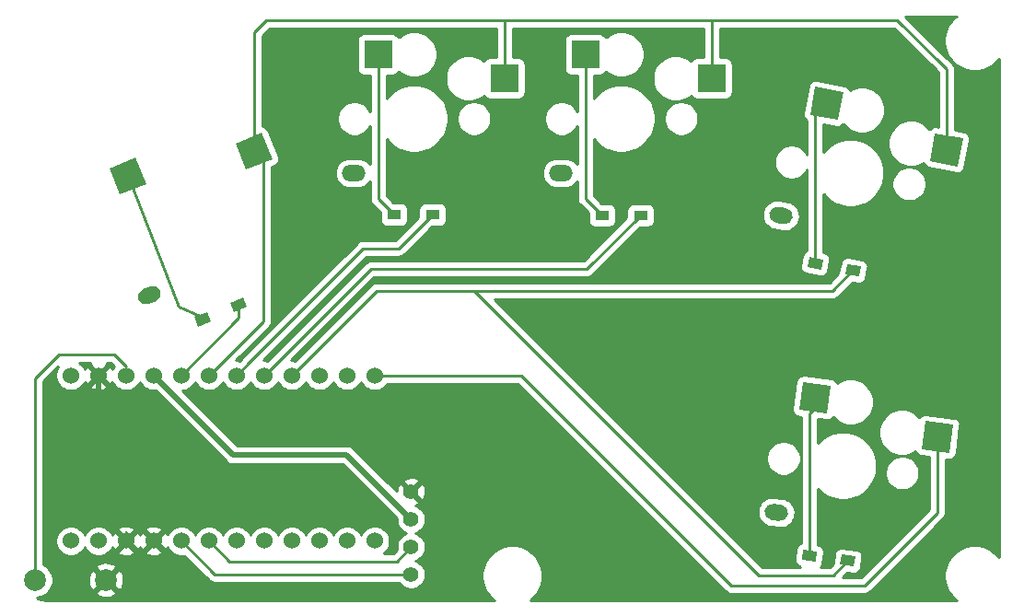
<source format=gbl>
%TF.GenerationSoftware,KiCad,Pcbnew,(5.1.9-0-10_14)*%
%TF.CreationDate,2021-06-22T22:50:01+09:00*%
%TF.ProjectId,quali5,7175616c-6935-42e6-9b69-6361645f7063,rev?*%
%TF.SameCoordinates,Original*%
%TF.FileFunction,Copper,L2,Bot*%
%TF.FilePolarity,Positive*%
%FSLAX46Y46*%
G04 Gerber Fmt 4.6, Leading zero omitted, Abs format (unit mm)*
G04 Created by KiCad (PCBNEW (5.1.9-0-10_14)) date 2021-06-22 22:50:01*
%MOMM*%
%LPD*%
G01*
G04 APERTURE LIST*
%TA.AperFunction,SMDPad,CuDef*%
%ADD10C,0.100000*%
%TD*%
%TA.AperFunction,SMDPad,CuDef*%
%ADD11R,2.600000X2.600000*%
%TD*%
%TA.AperFunction,ComponentPad*%
%ADD12O,2.200000X1.500000*%
%TD*%
%TA.AperFunction,ComponentPad*%
%ADD13C,1.524000*%
%TD*%
%TA.AperFunction,SMDPad,CuDef*%
%ADD14R,1.300000X0.950000*%
%TD*%
%TA.AperFunction,ComponentPad*%
%ADD15C,1.397000*%
%TD*%
%TA.AperFunction,ComponentPad*%
%ADD16C,2.000000*%
%TD*%
%TA.AperFunction,Conductor*%
%ADD17C,0.250000*%
%TD*%
%TA.AperFunction,Conductor*%
%ADD18C,0.500000*%
%TD*%
%TA.AperFunction,Conductor*%
%ADD19C,0.254000*%
%TD*%
%TA.AperFunction,Conductor*%
%ADD20C,0.100000*%
%TD*%
G04 APERTURE END LIST*
%TA.AperFunction,SMDPad,CuDef*%
D10*
%TO.P,SW2,2*%
%TO.N,Net-(D1-Pad2)*%
G36*
X86451764Y-102153145D02*
G01*
X85477786Y-99742467D01*
X87888464Y-98768489D01*
X88862442Y-101179167D01*
X86451764Y-102153145D01*
G37*
%TD.AperFunction*%
%TA.AperFunction,SMDPad,CuDef*%
%TO.P,SW2,1*%
%TO.N,col0*%
G36*
X98031232Y-99847513D02*
G01*
X97057254Y-97436835D01*
X99467932Y-96462857D01*
X100441910Y-98873535D01*
X98031232Y-99847513D01*
G37*
%TD.AperFunction*%
%TO.P,SW2,*%
%TO.N,*%
%TA.AperFunction,ComponentPad*%
G36*
G01*
X88147261Y-111822053D02*
X88147261Y-111822053D01*
G75*
G02*
X88561694Y-110845710I695388J280955D01*
G01*
X89210722Y-110583486D01*
G75*
G02*
X90187065Y-110997919I280955J-695388D01*
G01*
X90187065Y-110997919D01*
G75*
G02*
X89772632Y-111974262I-695388J-280955D01*
G01*
X89123604Y-112236486D01*
G75*
G02*
X88147261Y-111822053I-280955J695388D01*
G01*
G37*
%TD.AperFunction*%
%TD*%
D11*
%TO.P,SW4,2*%
%TO.N,Net-(D3-Pad2)*%
X129240000Y-89270000D03*
%TO.P,SW4,1*%
%TO.N,col0*%
X140840000Y-91470000D03*
D12*
%TO.P,SW4,*%
%TO.N,*%
X126990000Y-100170000D03*
%TD*%
D13*
%TO.P,U1,1*%
%TO.N,N/C*%
X81932000Y-134001400D03*
%TO.P,U1,2*%
X84472000Y-134001400D03*
%TO.P,U1,3*%
%TO.N,GND*%
X87012000Y-134001400D03*
%TO.P,U1,4*%
X89552000Y-134001400D03*
%TO.P,U1,5*%
%TO.N,SDA*%
X92092000Y-134001400D03*
%TO.P,U1,6*%
%TO.N,SCL*%
X94632000Y-134001400D03*
%TO.P,U1,7*%
%TO.N,N/C*%
X97172000Y-134001400D03*
%TO.P,U1,8*%
X99712000Y-134001400D03*
%TO.P,U1,9*%
X102252000Y-134001400D03*
%TO.P,U1,10*%
X104792000Y-134001400D03*
%TO.P,U1,11*%
X107332000Y-134001400D03*
%TO.P,U1,12*%
X109872000Y-134001400D03*
%TO.P,U1,13*%
%TO.N,col1*%
X109872000Y-118781400D03*
%TO.P,U1,14*%
%TO.N,N/C*%
X107332000Y-118781400D03*
%TO.P,U1,15*%
X104792000Y-118781400D03*
%TO.P,U1,16*%
%TO.N,row3*%
X102252000Y-118781400D03*
%TO.P,U1,17*%
%TO.N,row2*%
X99712000Y-118781400D03*
%TO.P,U1,18*%
%TO.N,row1*%
X97172000Y-118781400D03*
%TO.P,U1,19*%
%TO.N,col0*%
X94632000Y-118781400D03*
%TO.P,U1,20*%
%TO.N,row0*%
X92092000Y-118781400D03*
%TO.P,U1,21*%
%TO.N,VCC*%
X89552000Y-118781400D03*
%TO.P,U1,22*%
%TO.N,RST*%
X87012000Y-118781400D03*
%TO.P,U1,23*%
%TO.N,GND*%
X84472000Y-118781400D03*
%TO.P,U1,24*%
%TO.N,N/C*%
X81932000Y-118781400D03*
%TD*%
%TA.AperFunction,SMDPad,CuDef*%
D10*
%TO.P,D5,2*%
%TO.N,Net-(D5-Pad2)*%
G36*
X150531274Y-134981438D02*
G01*
X150415498Y-135924356D01*
X149125188Y-135765926D01*
X149240964Y-134823008D01*
X150531274Y-134981438D01*
G37*
%TD.AperFunction*%
%TA.AperFunction,SMDPad,CuDef*%
%TO.P,D5,1*%
%TO.N,row3*%
G36*
X154054812Y-135414074D02*
G01*
X153939036Y-136356992D01*
X152648726Y-136198562D01*
X152764502Y-135255644D01*
X154054812Y-135414074D01*
G37*
%TD.AperFunction*%
%TD*%
%TA.AperFunction,SMDPad,CuDef*%
%TO.P,D4,2*%
%TO.N,Net-(D4-Pad2)*%
G36*
X151090401Y-108117939D02*
G01*
X150917277Y-109052031D01*
X149639045Y-108815125D01*
X149812169Y-107881033D01*
X151090401Y-108117939D01*
G37*
%TD.AperFunction*%
%TA.AperFunction,SMDPad,CuDef*%
%TO.P,D4,1*%
%TO.N,row3*%
G36*
X154580955Y-108764875D02*
G01*
X154407831Y-109698967D01*
X153129599Y-109462061D01*
X153302723Y-108527969D01*
X154580955Y-108764875D01*
G37*
%TD.AperFunction*%
%TD*%
D14*
%TO.P,D3,2*%
%TO.N,Net-(D3-Pad2)*%
X130765000Y-104060000D03*
%TO.P,D3,1*%
%TO.N,row2*%
X134315000Y-104060000D03*
%TD*%
%TO.P,D2,2*%
%TO.N,Net-(D2-Pad2)*%
X111635000Y-103990000D03*
%TO.P,D2,1*%
%TO.N,row1*%
X115185000Y-103990000D03*
%TD*%
%TA.AperFunction,SMDPad,CuDef*%
D10*
%TO.P,D1,2*%
%TO.N,Net-(D1-Pad2)*%
G36*
X94488980Y-112931020D02*
G01*
X94844857Y-113811845D01*
X93639518Y-114298834D01*
X93283641Y-113418009D01*
X94488980Y-112931020D01*
G37*
%TD.AperFunction*%
%TA.AperFunction,SMDPad,CuDef*%
%TO.P,D1,1*%
%TO.N,row0*%
G36*
X97780482Y-111601166D02*
G01*
X98136359Y-112481991D01*
X96931020Y-112968980D01*
X96575143Y-112088155D01*
X97780482Y-111601166D01*
G37*
%TD.AperFunction*%
%TD*%
%TA.AperFunction,SMDPad,CuDef*%
%TO.P,SW6,2*%
%TO.N,Net-(D5-Pad2)*%
G36*
X148904887Y-121963689D02*
G01*
X149221747Y-119383069D01*
X151802367Y-119699929D01*
X151485507Y-122280549D01*
X148904887Y-121963689D01*
G37*
%TD.AperFunction*%
%TA.AperFunction,SMDPad,CuDef*%
%TO.P,SW6,1*%
%TO.N,col1*%
G36*
X160150310Y-125560975D02*
G01*
X160467170Y-122980355D01*
X163047790Y-123297215D01*
X162730930Y-125877835D01*
X160150310Y-125560975D01*
G37*
%TD.AperFunction*%
%TO.P,SW6,*%
%TO.N,*%
%TA.AperFunction,ComponentPad*%
G36*
G01*
X145700221Y-131242300D02*
X145700221Y-131242300D01*
G75*
G02*
X146536033Y-130589292I744410J-91402D01*
G01*
X147230815Y-130674600D01*
G75*
G02*
X147883823Y-131510412I-91402J-744410D01*
G01*
X147883823Y-131510412D01*
G75*
G02*
X147048011Y-132163420I-744410J91402D01*
G01*
X146353229Y-132078112D01*
G75*
G02*
X145700221Y-131242300I91402J744410D01*
G01*
G37*
%TD.AperFunction*%
%TD*%
D12*
%TO.P,SW3,*%
%TO.N,*%
X107940000Y-100170000D03*
D11*
%TO.P,SW3,1*%
%TO.N,col0*%
X121790000Y-91470000D03*
%TO.P,SW3,2*%
%TO.N,Net-(D2-Pad2)*%
X110190000Y-89270000D03*
%TD*%
D15*
%TO.P,OL1,1*%
%TO.N,SDA*%
X113210000Y-137090000D03*
%TO.P,OL1,2*%
%TO.N,SCL*%
X113210000Y-134550000D03*
%TO.P,OL1,3*%
%TO.N,VCC*%
X113210000Y-132010000D03*
%TO.P,OL1,4*%
%TO.N,GND*%
X113210000Y-129470000D03*
%TD*%
D16*
%TO.P,SW1,1*%
%TO.N,RST*%
X78660000Y-137590000D03*
%TO.P,SW1,2*%
%TO.N,GND*%
X85160000Y-137590000D03*
%TD*%
%TO.P,SW5,*%
%TO.N,*%
%TA.AperFunction,ComponentPad*%
G36*
G01*
X146140178Y-103874408D02*
X146140178Y-103874408D01*
G75*
G02*
X147014296Y-103273644I737441J-136677D01*
G01*
X147702574Y-103401208D01*
G75*
G02*
X148303338Y-104275326I-136677J-737441D01*
G01*
X148303338Y-104275326D01*
G75*
G02*
X147429220Y-104876090I-737441J136677D01*
G01*
X146740942Y-104748526D01*
G75*
G02*
X146140178Y-103874408I136677J737441D01*
G01*
G37*
%TD.AperFunction*%
%TA.AperFunction,SMDPad,CuDef*%
D10*
%TO.P,SW5,1*%
%TO.N,col0*%
G36*
X160910149Y-99085837D02*
G01*
X161383962Y-96529374D01*
X163940425Y-97003187D01*
X163466612Y-99559650D01*
X160910149Y-99085837D01*
G37*
%TD.AperFunction*%
%TA.AperFunction,SMDPad,CuDef*%
%TO.P,SW5,2*%
%TO.N,Net-(D4-Pad2)*%
G36*
X149905310Y-94808744D02*
G01*
X150379123Y-92252281D01*
X152935586Y-92726094D01*
X152461773Y-95282557D01*
X149905310Y-94808744D01*
G37*
%TD.AperFunction*%
%TD*%
D17*
%TO.N,Net-(D1-Pad2)*%
X91810000Y-112490000D02*
X94410000Y-113590000D01*
X87170114Y-100460817D02*
X91810000Y-112490000D01*
%TO.N,row0*%
X92092000Y-118781400D02*
X97383400Y-113490000D01*
X97383400Y-112312722D02*
X97355751Y-112285073D01*
X97383400Y-113490000D02*
X97383400Y-112312722D01*
%TO.N,row1*%
X98309001Y-117644399D02*
X98309001Y-117590999D01*
X97172000Y-118781400D02*
X98309001Y-117644399D01*
X98309001Y-117590999D02*
X108810000Y-107090000D01*
X112085000Y-107090000D02*
X115185000Y-103990000D01*
X108810000Y-107090000D02*
X112085000Y-107090000D01*
%TO.N,Net-(D2-Pad2)*%
X110190000Y-89270000D02*
X110190000Y-89390000D01*
X110190000Y-102545000D02*
X111635000Y-103990000D01*
X110190000Y-89270000D02*
X110190000Y-102545000D01*
%TO.N,Net-(D3-Pad2)*%
X129540000Y-89570000D02*
X129240000Y-89270000D01*
X129240000Y-102535000D02*
X130765000Y-104060000D01*
X129240000Y-89270000D02*
X129240000Y-102535000D01*
%TO.N,Net-(D4-Pad2)*%
X150714999Y-94472868D02*
X150714999Y-94485001D01*
X151420448Y-93767419D02*
X150714999Y-94472868D01*
X150364723Y-94835277D02*
X150364723Y-108466532D01*
X150714999Y-94485001D02*
X150364723Y-94835277D01*
%TO.N,Net-(D5-Pad2)*%
X150353627Y-120831809D02*
X150353627Y-121746373D01*
X149828231Y-122271769D02*
X149828231Y-135373682D01*
X150353627Y-121746373D02*
X149828231Y-122271769D01*
%TO.N,SDA*%
X95980600Y-137090000D02*
X113210000Y-137090000D01*
X95180600Y-137090000D02*
X95980600Y-137090000D01*
X92092000Y-134001400D02*
X95180600Y-137090000D01*
%TO.N,SCL*%
X94632000Y-134001400D02*
X96520600Y-135890000D01*
X111870000Y-135890000D02*
X113210000Y-134550000D01*
X96520600Y-135890000D02*
X111870000Y-135890000D01*
D18*
%TO.N,VCC*%
X89552000Y-118781400D02*
X96860600Y-126090000D01*
X107290000Y-126090000D02*
X113210000Y-132010000D01*
X96860600Y-126090000D02*
X107290000Y-126090000D01*
D17*
%TO.N,GND*%
X86910000Y-133300600D02*
X87012000Y-133198600D01*
D18*
X85160000Y-137590000D02*
X86159999Y-138589999D01*
X114410001Y-138589999D02*
X115410000Y-137590000D01*
X115410000Y-131670000D02*
X113210000Y-129470000D01*
X115410000Y-137590000D02*
X115410000Y-131670000D01*
X86159999Y-138589999D02*
X91109999Y-138589999D01*
X84472000Y-131461400D02*
X87012000Y-134001400D01*
X84472000Y-118781400D02*
X84472000Y-131461400D01*
X91600599Y-138589999D02*
X91909999Y-138589999D01*
X91909999Y-138589999D02*
X93610001Y-138589999D01*
X87012000Y-134001400D02*
X91600599Y-138589999D01*
X91109999Y-138589999D02*
X91909999Y-138589999D01*
X94140599Y-138589999D02*
X94610001Y-138589999D01*
X89552000Y-134001400D02*
X94140599Y-138589999D01*
X94610001Y-138589999D02*
X114410001Y-138589999D01*
X93610001Y-138589999D02*
X94610001Y-138589999D01*
D17*
%TO.N,RST*%
X78660000Y-137590000D02*
X78660000Y-119040000D01*
X85874999Y-116844399D02*
X87012000Y-117981400D01*
X80855601Y-116844399D02*
X85874999Y-116844399D01*
X78660000Y-119040000D02*
X80855601Y-116844399D01*
%TO.N,col0*%
X98749582Y-87250418D02*
X99910000Y-86090000D01*
X98749582Y-98155185D02*
X98749582Y-87250418D01*
X162425287Y-90605287D02*
X161910000Y-90090000D01*
X157910000Y-86090000D02*
X161910000Y-90090000D01*
X140910000Y-86090000D02*
X157910000Y-86090000D01*
X140840000Y-86160000D02*
X140910000Y-86090000D01*
X121790000Y-86210000D02*
X121910000Y-86090000D01*
X121790000Y-91470000D02*
X121790000Y-86210000D01*
X121910000Y-86090000D02*
X140910000Y-86090000D01*
X99910000Y-86090000D02*
X121910000Y-86090000D01*
X162425287Y-98044512D02*
X162425287Y-90605287D01*
X140840000Y-91470000D02*
X140840000Y-86160000D01*
X99610000Y-99015603D02*
X98749582Y-98155185D01*
X99610000Y-113803400D02*
X99610000Y-99015603D01*
X94632000Y-118781400D02*
X99610000Y-113803400D01*
%TO.N,col1*%
X161410000Y-124618145D02*
X161599050Y-124429095D01*
X123301400Y-118781400D02*
X109872000Y-118781400D01*
X142610000Y-138090000D02*
X123301400Y-118781400D01*
X154910000Y-138090000D02*
X142610000Y-138090000D01*
X161599050Y-131400950D02*
X154910000Y-138090000D01*
X161599050Y-124429095D02*
X161599050Y-131400950D01*
%TO.N,row2*%
X99712000Y-118781400D02*
X109503400Y-108990000D01*
X129385000Y-108990000D02*
X134315000Y-104060000D01*
X109503400Y-108990000D02*
X129385000Y-108990000D01*
%TO.N,row3*%
X102252000Y-118781400D02*
X110043400Y-110990000D01*
X151978745Y-110990000D02*
X153855277Y-109113468D01*
X121210000Y-110990000D02*
X151978745Y-110990000D01*
X145168087Y-137148087D02*
X119010000Y-110990000D01*
X152010000Y-137148087D02*
X145168087Y-137148087D01*
X119010000Y-110990000D02*
X121210000Y-110990000D01*
X153351769Y-135806318D02*
X152010000Y-137148087D01*
X110043400Y-110990000D02*
X119010000Y-110990000D01*
%TD*%
D19*
%TO.N,GND*%
X163234666Y-85826750D02*
X162846750Y-86214666D01*
X162541965Y-86670808D01*
X162332026Y-87177646D01*
X162225000Y-87715701D01*
X162225000Y-88264299D01*
X162332026Y-88802354D01*
X162541965Y-89309192D01*
X162846750Y-89765334D01*
X163234666Y-90153250D01*
X163690808Y-90458035D01*
X164197646Y-90667974D01*
X164735701Y-90775000D01*
X165284299Y-90775000D01*
X165822354Y-90667974D01*
X166329192Y-90458035D01*
X166785334Y-90153250D01*
X167173250Y-89765334D01*
X167250000Y-89650470D01*
X167250001Y-135529532D01*
X167173250Y-135414666D01*
X166785334Y-135026750D01*
X166329192Y-134721965D01*
X165822354Y-134512026D01*
X165284299Y-134405000D01*
X164735701Y-134405000D01*
X164197646Y-134512026D01*
X163690808Y-134721965D01*
X163234666Y-135026750D01*
X162846750Y-135414666D01*
X162541965Y-135870808D01*
X162332026Y-136377646D01*
X162225000Y-136915701D01*
X162225000Y-137464299D01*
X162332026Y-138002354D01*
X162541965Y-138509192D01*
X162846750Y-138965334D01*
X163234666Y-139353250D01*
X163349530Y-139430000D01*
X124170470Y-139430000D01*
X124285334Y-139353250D01*
X124673250Y-138965334D01*
X124978035Y-138509192D01*
X125187974Y-138002354D01*
X125295000Y-137464299D01*
X125295000Y-136915701D01*
X125187974Y-136377646D01*
X124978035Y-135870808D01*
X124673250Y-135414666D01*
X124285334Y-135026750D01*
X123829192Y-134721965D01*
X123322354Y-134512026D01*
X122784299Y-134405000D01*
X122235701Y-134405000D01*
X121697646Y-134512026D01*
X121190808Y-134721965D01*
X120734666Y-135026750D01*
X120346750Y-135414666D01*
X120041965Y-135870808D01*
X119832026Y-136377646D01*
X119725000Y-136915701D01*
X119725000Y-137464299D01*
X119832026Y-138002354D01*
X120041965Y-138509192D01*
X120346750Y-138965334D01*
X120734666Y-139353250D01*
X120849530Y-139430000D01*
X79692278Y-139430000D01*
X79254666Y-139387092D01*
X78864768Y-139269375D01*
X78781311Y-139225000D01*
X78821033Y-139225000D01*
X79136912Y-139162168D01*
X79434463Y-139038918D01*
X79702252Y-138859987D01*
X79836826Y-138725413D01*
X84204192Y-138725413D01*
X84299956Y-138989814D01*
X84589571Y-139130704D01*
X84901108Y-139212384D01*
X85222595Y-139231718D01*
X85541675Y-139187961D01*
X85846088Y-139082795D01*
X86020044Y-138989814D01*
X86115808Y-138725413D01*
X85160000Y-137769605D01*
X84204192Y-138725413D01*
X79836826Y-138725413D01*
X79929987Y-138632252D01*
X80108918Y-138364463D01*
X80232168Y-138066912D01*
X80295000Y-137751033D01*
X80295000Y-137652595D01*
X83518282Y-137652595D01*
X83562039Y-137971675D01*
X83667205Y-138276088D01*
X83760186Y-138450044D01*
X84024587Y-138545808D01*
X84980395Y-137590000D01*
X85339605Y-137590000D01*
X86295413Y-138545808D01*
X86559814Y-138450044D01*
X86700704Y-138160429D01*
X86782384Y-137848892D01*
X86801718Y-137527405D01*
X86757961Y-137208325D01*
X86652795Y-136903912D01*
X86559814Y-136729956D01*
X86295413Y-136634192D01*
X85339605Y-137590000D01*
X84980395Y-137590000D01*
X84024587Y-136634192D01*
X83760186Y-136729956D01*
X83619296Y-137019571D01*
X83537616Y-137331108D01*
X83518282Y-137652595D01*
X80295000Y-137652595D01*
X80295000Y-137428967D01*
X80232168Y-137113088D01*
X80108918Y-136815537D01*
X79929987Y-136547748D01*
X79836826Y-136454587D01*
X84204192Y-136454587D01*
X85160000Y-137410395D01*
X86115808Y-136454587D01*
X86020044Y-136190186D01*
X85730429Y-136049296D01*
X85418892Y-135967616D01*
X85097405Y-135948282D01*
X84778325Y-135992039D01*
X84473912Y-136097205D01*
X84299956Y-136190186D01*
X84204192Y-136454587D01*
X79836826Y-136454587D01*
X79702252Y-136320013D01*
X79434463Y-136141082D01*
X79420000Y-136135091D01*
X79420000Y-133863808D01*
X80535000Y-133863808D01*
X80535000Y-134138992D01*
X80588686Y-134408890D01*
X80693995Y-134663127D01*
X80846880Y-134891935D01*
X81041465Y-135086520D01*
X81270273Y-135239405D01*
X81524510Y-135344714D01*
X81794408Y-135398400D01*
X82069592Y-135398400D01*
X82339490Y-135344714D01*
X82593727Y-135239405D01*
X82822535Y-135086520D01*
X83017120Y-134891935D01*
X83170005Y-134663127D01*
X83202000Y-134585885D01*
X83233995Y-134663127D01*
X83386880Y-134891935D01*
X83581465Y-135086520D01*
X83810273Y-135239405D01*
X84064510Y-135344714D01*
X84334408Y-135398400D01*
X84609592Y-135398400D01*
X84879490Y-135344714D01*
X85133727Y-135239405D01*
X85362535Y-135086520D01*
X85482090Y-134966965D01*
X86226040Y-134966965D01*
X86293020Y-135207056D01*
X86542048Y-135324156D01*
X86809135Y-135390423D01*
X87084017Y-135403310D01*
X87356133Y-135362322D01*
X87615023Y-135269036D01*
X87730980Y-135207056D01*
X87797960Y-134966965D01*
X88766040Y-134966965D01*
X88833020Y-135207056D01*
X89082048Y-135324156D01*
X89349135Y-135390423D01*
X89624017Y-135403310D01*
X89896133Y-135362322D01*
X90155023Y-135269036D01*
X90270980Y-135207056D01*
X90337960Y-134966965D01*
X89552000Y-134181005D01*
X88766040Y-134966965D01*
X87797960Y-134966965D01*
X87012000Y-134181005D01*
X86226040Y-134966965D01*
X85482090Y-134966965D01*
X85557120Y-134891935D01*
X85710005Y-134663127D01*
X85739692Y-134591457D01*
X85744364Y-134604423D01*
X85806344Y-134720380D01*
X86046435Y-134787360D01*
X86832395Y-134001400D01*
X87191605Y-134001400D01*
X87977565Y-134787360D01*
X88217656Y-134720380D01*
X88279079Y-134589756D01*
X88284364Y-134604423D01*
X88346344Y-134720380D01*
X88586435Y-134787360D01*
X89372395Y-134001400D01*
X88586435Y-133215440D01*
X88346344Y-133282420D01*
X88284921Y-133413044D01*
X88279636Y-133398377D01*
X88217656Y-133282420D01*
X87977565Y-133215440D01*
X87191605Y-134001400D01*
X86832395Y-134001400D01*
X86046435Y-133215440D01*
X85806344Y-133282420D01*
X85742515Y-133418160D01*
X85710005Y-133339673D01*
X85557120Y-133110865D01*
X85482090Y-133035835D01*
X86226040Y-133035835D01*
X87012000Y-133821795D01*
X87797960Y-133035835D01*
X88766040Y-133035835D01*
X89552000Y-133821795D01*
X90337960Y-133035835D01*
X90270980Y-132795744D01*
X90021952Y-132678644D01*
X89754865Y-132612377D01*
X89479983Y-132599490D01*
X89207867Y-132640478D01*
X88948977Y-132733764D01*
X88833020Y-132795744D01*
X88766040Y-133035835D01*
X87797960Y-133035835D01*
X87730980Y-132795744D01*
X87481952Y-132678644D01*
X87214865Y-132612377D01*
X86939983Y-132599490D01*
X86667867Y-132640478D01*
X86408977Y-132733764D01*
X86293020Y-132795744D01*
X86226040Y-133035835D01*
X85482090Y-133035835D01*
X85362535Y-132916280D01*
X85133727Y-132763395D01*
X84879490Y-132658086D01*
X84609592Y-132604400D01*
X84334408Y-132604400D01*
X84064510Y-132658086D01*
X83810273Y-132763395D01*
X83581465Y-132916280D01*
X83386880Y-133110865D01*
X83233995Y-133339673D01*
X83202000Y-133416915D01*
X83170005Y-133339673D01*
X83017120Y-133110865D01*
X82822535Y-132916280D01*
X82593727Y-132763395D01*
X82339490Y-132658086D01*
X82069592Y-132604400D01*
X81794408Y-132604400D01*
X81524510Y-132658086D01*
X81270273Y-132763395D01*
X81041465Y-132916280D01*
X80846880Y-133110865D01*
X80693995Y-133339673D01*
X80588686Y-133593910D01*
X80535000Y-133863808D01*
X79420000Y-133863808D01*
X79420000Y-119354801D01*
X80772259Y-118002542D01*
X80693995Y-118119673D01*
X80588686Y-118373910D01*
X80535000Y-118643808D01*
X80535000Y-118918992D01*
X80588686Y-119188890D01*
X80693995Y-119443127D01*
X80846880Y-119671935D01*
X81041465Y-119866520D01*
X81270273Y-120019405D01*
X81524510Y-120124714D01*
X81794408Y-120178400D01*
X82069592Y-120178400D01*
X82339490Y-120124714D01*
X82593727Y-120019405D01*
X82822535Y-119866520D01*
X82942090Y-119746965D01*
X83686040Y-119746965D01*
X83753020Y-119987056D01*
X84002048Y-120104156D01*
X84269135Y-120170423D01*
X84544017Y-120183310D01*
X84816133Y-120142322D01*
X85075023Y-120049036D01*
X85190980Y-119987056D01*
X85257960Y-119746965D01*
X84472000Y-118961005D01*
X83686040Y-119746965D01*
X82942090Y-119746965D01*
X83017120Y-119671935D01*
X83170005Y-119443127D01*
X83199692Y-119371457D01*
X83204364Y-119384423D01*
X83266344Y-119500380D01*
X83506435Y-119567360D01*
X84292395Y-118781400D01*
X83506435Y-117995440D01*
X83266344Y-118062420D01*
X83202515Y-118198160D01*
X83170005Y-118119673D01*
X83017120Y-117890865D01*
X82822535Y-117696280D01*
X82685026Y-117604399D01*
X83745026Y-117604399D01*
X83686040Y-117815835D01*
X84472000Y-118601795D01*
X85257960Y-117815835D01*
X85198974Y-117604399D01*
X85560198Y-117604399D01*
X85894750Y-117938951D01*
X85773995Y-118119673D01*
X85744308Y-118191343D01*
X85739636Y-118178377D01*
X85677656Y-118062420D01*
X85437565Y-117995440D01*
X84651605Y-118781400D01*
X85437565Y-119567360D01*
X85677656Y-119500380D01*
X85741485Y-119364640D01*
X85773995Y-119443127D01*
X85926880Y-119671935D01*
X86121465Y-119866520D01*
X86350273Y-120019405D01*
X86604510Y-120124714D01*
X86874408Y-120178400D01*
X87149592Y-120178400D01*
X87419490Y-120124714D01*
X87673727Y-120019405D01*
X87902535Y-119866520D01*
X88097120Y-119671935D01*
X88250005Y-119443127D01*
X88282000Y-119365885D01*
X88313995Y-119443127D01*
X88466880Y-119671935D01*
X88661465Y-119866520D01*
X88890273Y-120019405D01*
X89144510Y-120124714D01*
X89414408Y-120178400D01*
X89689592Y-120178400D01*
X89696123Y-120177101D01*
X96204070Y-126685049D01*
X96231783Y-126718817D01*
X96265551Y-126746530D01*
X96265553Y-126746532D01*
X96337052Y-126805210D01*
X96366541Y-126829411D01*
X96520287Y-126911589D01*
X96687110Y-126962195D01*
X96817123Y-126975000D01*
X96817133Y-126975000D01*
X96860599Y-126979281D01*
X96904065Y-126975000D01*
X106923422Y-126975000D01*
X111876500Y-131928079D01*
X111876500Y-132141338D01*
X111927746Y-132398968D01*
X112028268Y-132641649D01*
X112174203Y-132860057D01*
X112359943Y-133045797D01*
X112578351Y-133191732D01*
X112791448Y-133280000D01*
X112578351Y-133368268D01*
X112359943Y-133514203D01*
X112174203Y-133699943D01*
X112028268Y-133918351D01*
X111927746Y-134161032D01*
X111876500Y-134418662D01*
X111876500Y-134681338D01*
X111897631Y-134787568D01*
X111555199Y-135130000D01*
X110697463Y-135130000D01*
X110762535Y-135086520D01*
X110957120Y-134891935D01*
X111110005Y-134663127D01*
X111215314Y-134408890D01*
X111269000Y-134138992D01*
X111269000Y-133863808D01*
X111215314Y-133593910D01*
X111110005Y-133339673D01*
X110957120Y-133110865D01*
X110762535Y-132916280D01*
X110533727Y-132763395D01*
X110279490Y-132658086D01*
X110009592Y-132604400D01*
X109734408Y-132604400D01*
X109464510Y-132658086D01*
X109210273Y-132763395D01*
X108981465Y-132916280D01*
X108786880Y-133110865D01*
X108633995Y-133339673D01*
X108602000Y-133416915D01*
X108570005Y-133339673D01*
X108417120Y-133110865D01*
X108222535Y-132916280D01*
X107993727Y-132763395D01*
X107739490Y-132658086D01*
X107469592Y-132604400D01*
X107194408Y-132604400D01*
X106924510Y-132658086D01*
X106670273Y-132763395D01*
X106441465Y-132916280D01*
X106246880Y-133110865D01*
X106093995Y-133339673D01*
X106062000Y-133416915D01*
X106030005Y-133339673D01*
X105877120Y-133110865D01*
X105682535Y-132916280D01*
X105453727Y-132763395D01*
X105199490Y-132658086D01*
X104929592Y-132604400D01*
X104654408Y-132604400D01*
X104384510Y-132658086D01*
X104130273Y-132763395D01*
X103901465Y-132916280D01*
X103706880Y-133110865D01*
X103553995Y-133339673D01*
X103522000Y-133416915D01*
X103490005Y-133339673D01*
X103337120Y-133110865D01*
X103142535Y-132916280D01*
X102913727Y-132763395D01*
X102659490Y-132658086D01*
X102389592Y-132604400D01*
X102114408Y-132604400D01*
X101844510Y-132658086D01*
X101590273Y-132763395D01*
X101361465Y-132916280D01*
X101166880Y-133110865D01*
X101013995Y-133339673D01*
X100982000Y-133416915D01*
X100950005Y-133339673D01*
X100797120Y-133110865D01*
X100602535Y-132916280D01*
X100373727Y-132763395D01*
X100119490Y-132658086D01*
X99849592Y-132604400D01*
X99574408Y-132604400D01*
X99304510Y-132658086D01*
X99050273Y-132763395D01*
X98821465Y-132916280D01*
X98626880Y-133110865D01*
X98473995Y-133339673D01*
X98442000Y-133416915D01*
X98410005Y-133339673D01*
X98257120Y-133110865D01*
X98062535Y-132916280D01*
X97833727Y-132763395D01*
X97579490Y-132658086D01*
X97309592Y-132604400D01*
X97034408Y-132604400D01*
X96764510Y-132658086D01*
X96510273Y-132763395D01*
X96281465Y-132916280D01*
X96086880Y-133110865D01*
X95933995Y-133339673D01*
X95902000Y-133416915D01*
X95870005Y-133339673D01*
X95717120Y-133110865D01*
X95522535Y-132916280D01*
X95293727Y-132763395D01*
X95039490Y-132658086D01*
X94769592Y-132604400D01*
X94494408Y-132604400D01*
X94224510Y-132658086D01*
X93970273Y-132763395D01*
X93741465Y-132916280D01*
X93546880Y-133110865D01*
X93393995Y-133339673D01*
X93362000Y-133416915D01*
X93330005Y-133339673D01*
X93177120Y-133110865D01*
X92982535Y-132916280D01*
X92753727Y-132763395D01*
X92499490Y-132658086D01*
X92229592Y-132604400D01*
X91954408Y-132604400D01*
X91684510Y-132658086D01*
X91430273Y-132763395D01*
X91201465Y-132916280D01*
X91006880Y-133110865D01*
X90853995Y-133339673D01*
X90824308Y-133411343D01*
X90819636Y-133398377D01*
X90757656Y-133282420D01*
X90517565Y-133215440D01*
X89731605Y-134001400D01*
X90517565Y-134787360D01*
X90757656Y-134720380D01*
X90821485Y-134584640D01*
X90853995Y-134663127D01*
X91006880Y-134891935D01*
X91201465Y-135086520D01*
X91430273Y-135239405D01*
X91684510Y-135344714D01*
X91954408Y-135398400D01*
X92229592Y-135398400D01*
X92383571Y-135367772D01*
X94616801Y-137601003D01*
X94640599Y-137630001D01*
X94669597Y-137653799D01*
X94756323Y-137724974D01*
X94888353Y-137795546D01*
X95031614Y-137839003D01*
X95143267Y-137850000D01*
X95143277Y-137850000D01*
X95180599Y-137853676D01*
X95217922Y-137850000D01*
X112114029Y-137850000D01*
X112174203Y-137940057D01*
X112359943Y-138125797D01*
X112578351Y-138271732D01*
X112821032Y-138372254D01*
X113078662Y-138423500D01*
X113341338Y-138423500D01*
X113598968Y-138372254D01*
X113841649Y-138271732D01*
X114060057Y-138125797D01*
X114245797Y-137940057D01*
X114391732Y-137721649D01*
X114492254Y-137478968D01*
X114543500Y-137221338D01*
X114543500Y-136958662D01*
X114492254Y-136701032D01*
X114391732Y-136458351D01*
X114245797Y-136239943D01*
X114060057Y-136054203D01*
X113841649Y-135908268D01*
X113628552Y-135820000D01*
X113841649Y-135731732D01*
X114060057Y-135585797D01*
X114245797Y-135400057D01*
X114391732Y-135181649D01*
X114492254Y-134938968D01*
X114543500Y-134681338D01*
X114543500Y-134418662D01*
X114492254Y-134161032D01*
X114391732Y-133918351D01*
X114245797Y-133699943D01*
X114060057Y-133514203D01*
X113841649Y-133368268D01*
X113628552Y-133280000D01*
X113841649Y-133191732D01*
X114060057Y-133045797D01*
X114245797Y-132860057D01*
X114391732Y-132641649D01*
X114492254Y-132398968D01*
X114543500Y-132141338D01*
X114543500Y-131878662D01*
X114492254Y-131621032D01*
X114391732Y-131378351D01*
X114245797Y-131159943D01*
X114060057Y-130974203D01*
X113841649Y-130828268D01*
X113624430Y-130738293D01*
X113790842Y-130677514D01*
X113891314Y-130623812D01*
X113950592Y-130390197D01*
X113210000Y-129649605D01*
X113195858Y-129663748D01*
X113016253Y-129484143D01*
X113030395Y-129470000D01*
X113389605Y-129470000D01*
X114130197Y-130210592D01*
X114363812Y-130151314D01*
X114474559Y-129913125D01*
X114536711Y-129657907D01*
X114547876Y-129395467D01*
X114507629Y-129135893D01*
X114417514Y-128889158D01*
X114363812Y-128788686D01*
X114130197Y-128729408D01*
X113389605Y-129470000D01*
X113030395Y-129470000D01*
X112289803Y-128729408D01*
X112056188Y-128788686D01*
X111945441Y-129026875D01*
X111883289Y-129282093D01*
X111877184Y-129425605D01*
X111001382Y-128549803D01*
X112469408Y-128549803D01*
X113210000Y-129290395D01*
X113950592Y-128549803D01*
X113891314Y-128316188D01*
X113653125Y-128205441D01*
X113397907Y-128143289D01*
X113135467Y-128132124D01*
X112875893Y-128172371D01*
X112629158Y-128262486D01*
X112528686Y-128316188D01*
X112469408Y-128549803D01*
X111001382Y-128549803D01*
X107946534Y-125494956D01*
X107918817Y-125461183D01*
X107784059Y-125350589D01*
X107630313Y-125268411D01*
X107463490Y-125217805D01*
X107333477Y-125205000D01*
X107333469Y-125205000D01*
X107290000Y-125200719D01*
X107246531Y-125205000D01*
X97227179Y-125205000D01*
X92200578Y-120178400D01*
X92229592Y-120178400D01*
X92499490Y-120124714D01*
X92753727Y-120019405D01*
X92982535Y-119866520D01*
X93177120Y-119671935D01*
X93330005Y-119443127D01*
X93362000Y-119365885D01*
X93393995Y-119443127D01*
X93546880Y-119671935D01*
X93741465Y-119866520D01*
X93970273Y-120019405D01*
X94224510Y-120124714D01*
X94494408Y-120178400D01*
X94769592Y-120178400D01*
X95039490Y-120124714D01*
X95293727Y-120019405D01*
X95522535Y-119866520D01*
X95717120Y-119671935D01*
X95870005Y-119443127D01*
X95902000Y-119365885D01*
X95933995Y-119443127D01*
X96086880Y-119671935D01*
X96281465Y-119866520D01*
X96510273Y-120019405D01*
X96764510Y-120124714D01*
X97034408Y-120178400D01*
X97309592Y-120178400D01*
X97579490Y-120124714D01*
X97833727Y-120019405D01*
X98062535Y-119866520D01*
X98257120Y-119671935D01*
X98410005Y-119443127D01*
X98442000Y-119365885D01*
X98473995Y-119443127D01*
X98626880Y-119671935D01*
X98821465Y-119866520D01*
X99050273Y-120019405D01*
X99304510Y-120124714D01*
X99574408Y-120178400D01*
X99849592Y-120178400D01*
X100119490Y-120124714D01*
X100373727Y-120019405D01*
X100602535Y-119866520D01*
X100797120Y-119671935D01*
X100950005Y-119443127D01*
X100982000Y-119365885D01*
X101013995Y-119443127D01*
X101166880Y-119671935D01*
X101361465Y-119866520D01*
X101590273Y-120019405D01*
X101844510Y-120124714D01*
X102114408Y-120178400D01*
X102389592Y-120178400D01*
X102659490Y-120124714D01*
X102913727Y-120019405D01*
X103142535Y-119866520D01*
X103337120Y-119671935D01*
X103490005Y-119443127D01*
X103522000Y-119365885D01*
X103553995Y-119443127D01*
X103706880Y-119671935D01*
X103901465Y-119866520D01*
X104130273Y-120019405D01*
X104384510Y-120124714D01*
X104654408Y-120178400D01*
X104929592Y-120178400D01*
X105199490Y-120124714D01*
X105453727Y-120019405D01*
X105682535Y-119866520D01*
X105877120Y-119671935D01*
X106030005Y-119443127D01*
X106062000Y-119365885D01*
X106093995Y-119443127D01*
X106246880Y-119671935D01*
X106441465Y-119866520D01*
X106670273Y-120019405D01*
X106924510Y-120124714D01*
X107194408Y-120178400D01*
X107469592Y-120178400D01*
X107739490Y-120124714D01*
X107993727Y-120019405D01*
X108222535Y-119866520D01*
X108417120Y-119671935D01*
X108570005Y-119443127D01*
X108602000Y-119365885D01*
X108633995Y-119443127D01*
X108786880Y-119671935D01*
X108981465Y-119866520D01*
X109210273Y-120019405D01*
X109464510Y-120124714D01*
X109734408Y-120178400D01*
X110009592Y-120178400D01*
X110279490Y-120124714D01*
X110533727Y-120019405D01*
X110762535Y-119866520D01*
X110957120Y-119671935D01*
X111044341Y-119541400D01*
X122986599Y-119541400D01*
X142046201Y-138601003D01*
X142069999Y-138630001D01*
X142098997Y-138653799D01*
X142185723Y-138724974D01*
X142288401Y-138779857D01*
X142317753Y-138795546D01*
X142461014Y-138839003D01*
X142572667Y-138850000D01*
X142572677Y-138850000D01*
X142610000Y-138853676D01*
X142647322Y-138850000D01*
X154872678Y-138850000D01*
X154910000Y-138853676D01*
X154947322Y-138850000D01*
X154947333Y-138850000D01*
X155058986Y-138839003D01*
X155202247Y-138795546D01*
X155334276Y-138724974D01*
X155450001Y-138630001D01*
X155473804Y-138600997D01*
X162110053Y-131964749D01*
X162139051Y-131940951D01*
X162234024Y-131825226D01*
X162304596Y-131693197D01*
X162348053Y-131549936D01*
X162359050Y-131438283D01*
X162359050Y-131438274D01*
X162362726Y-131400951D01*
X162359050Y-131363628D01*
X162359050Y-126475038D01*
X162653169Y-126511151D01*
X162778217Y-126514152D01*
X162901447Y-126492701D01*
X163018125Y-126447620D01*
X163123766Y-126380643D01*
X163214311Y-126294343D01*
X163286280Y-126192037D01*
X163336906Y-126077656D01*
X163364246Y-125955596D01*
X163681106Y-123374976D01*
X163684107Y-123249928D01*
X163662656Y-123126698D01*
X163617575Y-123010020D01*
X163550598Y-122904379D01*
X163464298Y-122813834D01*
X163361992Y-122741865D01*
X163247611Y-122691239D01*
X163125551Y-122663899D01*
X160544931Y-122347039D01*
X160419883Y-122344038D01*
X160296653Y-122365489D01*
X160179975Y-122410570D01*
X160074334Y-122477547D01*
X159983789Y-122563847D01*
X159940893Y-122624826D01*
X159684630Y-122368563D01*
X159334949Y-122134914D01*
X158946403Y-121973973D01*
X158533926Y-121891926D01*
X158113368Y-121891926D01*
X157700891Y-121973973D01*
X157312345Y-122134914D01*
X156962664Y-122368563D01*
X156665284Y-122665943D01*
X156431635Y-123015624D01*
X156270694Y-123404170D01*
X156188647Y-123816647D01*
X156188647Y-124237205D01*
X156270694Y-124649682D01*
X156431635Y-125038228D01*
X156665284Y-125387909D01*
X156962664Y-125685289D01*
X157312345Y-125918938D01*
X157700891Y-126079879D01*
X158113368Y-126161926D01*
X158533926Y-126161926D01*
X158946403Y-126079879D01*
X159334949Y-125918938D01*
X159551867Y-125773998D01*
X159580525Y-125848170D01*
X159647502Y-125953811D01*
X159733802Y-126044356D01*
X159836108Y-126116325D01*
X159950489Y-126166951D01*
X160072549Y-126194291D01*
X160839050Y-126288405D01*
X160839051Y-131086147D01*
X154595199Y-137330000D01*
X152902888Y-137330000D01*
X153310239Y-136922649D01*
X153861275Y-136990308D01*
X153986322Y-136993309D01*
X154109553Y-136971858D01*
X154226231Y-136926777D01*
X154331872Y-136859800D01*
X154422417Y-136773500D01*
X154494386Y-136671194D01*
X154545012Y-136556813D01*
X154572352Y-136434754D01*
X154688128Y-135491836D01*
X154691129Y-135366787D01*
X154669678Y-135243557D01*
X154624597Y-135126879D01*
X154557620Y-135021238D01*
X154471320Y-134930693D01*
X154369014Y-134858724D01*
X154254633Y-134808098D01*
X154132573Y-134780758D01*
X152842263Y-134622328D01*
X152717216Y-134619327D01*
X152593985Y-134640778D01*
X152477307Y-134685859D01*
X152371666Y-134752836D01*
X152281121Y-134839136D01*
X152209152Y-134941442D01*
X152158526Y-135055823D01*
X152131186Y-135177882D01*
X152022818Y-136060468D01*
X151695199Y-136388087D01*
X150849333Y-136388087D01*
X150898879Y-136340864D01*
X150970848Y-136238558D01*
X151021474Y-136124177D01*
X151048814Y-136002118D01*
X151164590Y-135059200D01*
X151167591Y-134934151D01*
X151146140Y-134810921D01*
X151101059Y-134694243D01*
X151034082Y-134588602D01*
X150947782Y-134498057D01*
X150845476Y-134426088D01*
X150731095Y-134375462D01*
X150609035Y-134348122D01*
X150588231Y-134345568D01*
X150588231Y-129201791D01*
X150911554Y-129525114D01*
X151425021Y-129868201D01*
X151995554Y-130104524D01*
X152601229Y-130225000D01*
X153218771Y-130225000D01*
X153824446Y-130104524D01*
X154394979Y-129868201D01*
X154908446Y-129525114D01*
X155345114Y-129088446D01*
X155688201Y-128574979D01*
X155924524Y-128004446D01*
X156004143Y-127604172D01*
X156784004Y-127604172D01*
X156784004Y-127916390D01*
X156844915Y-128222608D01*
X156964395Y-128511060D01*
X157137854Y-128770660D01*
X157358625Y-128991431D01*
X157618225Y-129164890D01*
X157906677Y-129284370D01*
X158212895Y-129345281D01*
X158525113Y-129345281D01*
X158831331Y-129284370D01*
X159119783Y-129164890D01*
X159379383Y-128991431D01*
X159600154Y-128770660D01*
X159773613Y-128511060D01*
X159893093Y-128222608D01*
X159954004Y-127916390D01*
X159954004Y-127604172D01*
X159893093Y-127297954D01*
X159773613Y-127009502D01*
X159600154Y-126749902D01*
X159379383Y-126529131D01*
X159119783Y-126355672D01*
X158831331Y-126236192D01*
X158525113Y-126175281D01*
X158212895Y-126175281D01*
X157906677Y-126236192D01*
X157618225Y-126355672D01*
X157358625Y-126529131D01*
X157137854Y-126749902D01*
X156964395Y-127009502D01*
X156844915Y-127297954D01*
X156784004Y-127604172D01*
X156004143Y-127604172D01*
X156045000Y-127398771D01*
X156045000Y-126781229D01*
X155924524Y-126175554D01*
X155688201Y-125605021D01*
X155345114Y-125091554D01*
X154908446Y-124654886D01*
X154394979Y-124311799D01*
X153824446Y-124075476D01*
X153218771Y-123955000D01*
X152601229Y-123955000D01*
X151995554Y-124075476D01*
X151425021Y-124311799D01*
X150911554Y-124654886D01*
X150588231Y-124978209D01*
X150588231Y-122813241D01*
X151407746Y-122913865D01*
X151532794Y-122916866D01*
X151656024Y-122895415D01*
X151772702Y-122850334D01*
X151878343Y-122783357D01*
X151968888Y-122697057D01*
X152011784Y-122636079D01*
X152268046Y-122892341D01*
X152617727Y-123125990D01*
X153006273Y-123286931D01*
X153418750Y-123368978D01*
X153839308Y-123368978D01*
X154251785Y-123286931D01*
X154640331Y-123125990D01*
X154990012Y-122892341D01*
X155287392Y-122594961D01*
X155521041Y-122245280D01*
X155681982Y-121856734D01*
X155764029Y-121444257D01*
X155764029Y-121023699D01*
X155681982Y-120611222D01*
X155521041Y-120222676D01*
X155287392Y-119872995D01*
X154990012Y-119575615D01*
X154640331Y-119341966D01*
X154251785Y-119181025D01*
X153839308Y-119098978D01*
X153418750Y-119098978D01*
X153006273Y-119181025D01*
X152617727Y-119341966D01*
X152400810Y-119486905D01*
X152372152Y-119412734D01*
X152305175Y-119307093D01*
X152218875Y-119216548D01*
X152116569Y-119144579D01*
X152002188Y-119093953D01*
X151880128Y-119066613D01*
X149299508Y-118749753D01*
X149174460Y-118746752D01*
X149051230Y-118768203D01*
X148934552Y-118813284D01*
X148828911Y-118880261D01*
X148738366Y-118966561D01*
X148666397Y-119068867D01*
X148615771Y-119183248D01*
X148588431Y-119305308D01*
X148271571Y-121885928D01*
X148268570Y-122010976D01*
X148290021Y-122134206D01*
X148335102Y-122250884D01*
X148402079Y-122356525D01*
X148488379Y-122447070D01*
X148590685Y-122519039D01*
X148705066Y-122569665D01*
X148827126Y-122597005D01*
X149068231Y-122626609D01*
X149068232Y-134208998D01*
X148953769Y-134253223D01*
X148848128Y-134320200D01*
X148757583Y-134406500D01*
X148685614Y-134508806D01*
X148634988Y-134623187D01*
X148607648Y-134745246D01*
X148491872Y-135688164D01*
X148488871Y-135813213D01*
X148510322Y-135936443D01*
X148555403Y-136053121D01*
X148622380Y-136158762D01*
X148708680Y-136249307D01*
X148810986Y-136321276D01*
X148925367Y-136371902D01*
X148997625Y-136388087D01*
X145482890Y-136388087D01*
X140531642Y-131436839D01*
X145056757Y-131436839D01*
X145103546Y-131705618D01*
X145201872Y-131960105D01*
X145347957Y-132190519D01*
X145536186Y-132388006D01*
X145759326Y-132544977D01*
X146008802Y-132655399D01*
X146208314Y-132700086D01*
X147038155Y-132801978D01*
X147242550Y-132806884D01*
X147511330Y-132760095D01*
X147765817Y-132661769D01*
X147996230Y-132515684D01*
X148193717Y-132327456D01*
X148350688Y-132104315D01*
X148461111Y-131854839D01*
X148520740Y-131588614D01*
X148527287Y-131315873D01*
X148480498Y-131047094D01*
X148382172Y-130792607D01*
X148236087Y-130562193D01*
X148047859Y-130364706D01*
X147824718Y-130207735D01*
X147575242Y-130097313D01*
X147375731Y-130052626D01*
X146545889Y-129950734D01*
X146341494Y-129945828D01*
X146072715Y-129992617D01*
X145818228Y-130090943D01*
X145587814Y-130237028D01*
X145390327Y-130425257D01*
X145233356Y-130648397D01*
X145122934Y-130897873D01*
X145063304Y-131164098D01*
X145056757Y-131436839D01*
X140531642Y-131436839D01*
X135358413Y-126263610D01*
X145865996Y-126263610D01*
X145865996Y-126575828D01*
X145926907Y-126882046D01*
X146046387Y-127170498D01*
X146219846Y-127430098D01*
X146440617Y-127650869D01*
X146700217Y-127824328D01*
X146988669Y-127943808D01*
X147294887Y-128004719D01*
X147607105Y-128004719D01*
X147913323Y-127943808D01*
X148201775Y-127824328D01*
X148461375Y-127650869D01*
X148682146Y-127430098D01*
X148855605Y-127170498D01*
X148975085Y-126882046D01*
X149035996Y-126575828D01*
X149035996Y-126263610D01*
X148975085Y-125957392D01*
X148855605Y-125668940D01*
X148682146Y-125409340D01*
X148461375Y-125188569D01*
X148201775Y-125015110D01*
X147913323Y-124895630D01*
X147607105Y-124834719D01*
X147294887Y-124834719D01*
X146988669Y-124895630D01*
X146700217Y-125015110D01*
X146440617Y-125188569D01*
X146219846Y-125409340D01*
X146046387Y-125668940D01*
X145926907Y-125957392D01*
X145865996Y-126263610D01*
X135358413Y-126263610D01*
X120844801Y-111750000D01*
X151941423Y-111750000D01*
X151978745Y-111753676D01*
X152016067Y-111750000D01*
X152016078Y-111750000D01*
X152127731Y-111739003D01*
X152270992Y-111695546D01*
X152403021Y-111624974D01*
X152518746Y-111530001D01*
X152542549Y-111500997D01*
X153806999Y-110236548D01*
X154291552Y-110326354D01*
X154416183Y-110336984D01*
X154540493Y-110323096D01*
X154659706Y-110285222D01*
X154769239Y-110224819D01*
X154864883Y-110144208D01*
X154942963Y-110046486D01*
X155000478Y-109935409D01*
X155035218Y-109815247D01*
X155208342Y-108881155D01*
X155218972Y-108756523D01*
X155205084Y-108632212D01*
X155167210Y-108513000D01*
X155106807Y-108403467D01*
X155026195Y-108307823D01*
X154928474Y-108229743D01*
X154817397Y-108172228D01*
X154697234Y-108137488D01*
X153419002Y-107900582D01*
X153294371Y-107889952D01*
X153170061Y-107903840D01*
X153050848Y-107941714D01*
X152941315Y-108002117D01*
X152845671Y-108082728D01*
X152767591Y-108180450D01*
X152710076Y-108291527D01*
X152675336Y-108411689D01*
X152502212Y-109345781D01*
X152497927Y-109396016D01*
X151663944Y-110230000D01*
X119047322Y-110230000D01*
X119010000Y-110226324D01*
X118972678Y-110230000D01*
X110080733Y-110230000D01*
X110043400Y-110226323D01*
X110006067Y-110230000D01*
X109894414Y-110240997D01*
X109751153Y-110284454D01*
X109619124Y-110355026D01*
X109503399Y-110449999D01*
X109479601Y-110478997D01*
X102543571Y-117415028D01*
X102389592Y-117384400D01*
X102183801Y-117384400D01*
X109818202Y-109750000D01*
X129347678Y-109750000D01*
X129385000Y-109753676D01*
X129422322Y-109750000D01*
X129422333Y-109750000D01*
X129533986Y-109739003D01*
X129677247Y-109695546D01*
X129809276Y-109624974D01*
X129925001Y-109530001D01*
X129948804Y-109500997D01*
X134276730Y-105173072D01*
X134965000Y-105173072D01*
X135089482Y-105160812D01*
X135209180Y-105124502D01*
X135319494Y-105065537D01*
X135416185Y-104986185D01*
X135495537Y-104889494D01*
X135554502Y-104779180D01*
X135590812Y-104659482D01*
X135603072Y-104535000D01*
X135603072Y-104029302D01*
X145486038Y-104029302D01*
X145516331Y-104300437D01*
X145598937Y-104560452D01*
X145730683Y-104799354D01*
X145906505Y-105007964D01*
X146119646Y-105178264D01*
X146361916Y-105303710D01*
X146558327Y-105360494D01*
X147380399Y-105512855D01*
X147584114Y-105530230D01*
X147855249Y-105499937D01*
X148115263Y-105417330D01*
X148354165Y-105285585D01*
X148562775Y-105109763D01*
X148733076Y-104896622D01*
X148858522Y-104654352D01*
X148934293Y-104392264D01*
X148957478Y-104120430D01*
X148927185Y-103849297D01*
X148844578Y-103589282D01*
X148712832Y-103350380D01*
X148537011Y-103141770D01*
X148323870Y-102971470D01*
X148081599Y-102846023D01*
X147885189Y-102789240D01*
X147063115Y-102636878D01*
X146859402Y-102619504D01*
X146588267Y-102649797D01*
X146328252Y-102732403D01*
X146089350Y-102864149D01*
X145880740Y-103039971D01*
X145710440Y-103253112D01*
X145584994Y-103495382D01*
X145509222Y-103757470D01*
X145486038Y-104029302D01*
X135603072Y-104029302D01*
X135603072Y-103585000D01*
X135590812Y-103460518D01*
X135554502Y-103340820D01*
X135495537Y-103230506D01*
X135416185Y-103133815D01*
X135319494Y-103054463D01*
X135209180Y-102995498D01*
X135089482Y-102959188D01*
X134965000Y-102946928D01*
X133665000Y-102946928D01*
X133540518Y-102959188D01*
X133420820Y-102995498D01*
X133310506Y-103054463D01*
X133213815Y-103133815D01*
X133134463Y-103230506D01*
X133075498Y-103340820D01*
X133039188Y-103460518D01*
X133026928Y-103585000D01*
X133026928Y-104273270D01*
X129070199Y-108230000D01*
X109540725Y-108230000D01*
X109503400Y-108226324D01*
X109466075Y-108230000D01*
X109466067Y-108230000D01*
X109354414Y-108240997D01*
X109211153Y-108284454D01*
X109079124Y-108355026D01*
X108963399Y-108449999D01*
X108939601Y-108478997D01*
X100003571Y-117415028D01*
X99849592Y-117384400D01*
X99590401Y-117384400D01*
X109124802Y-107850000D01*
X112047678Y-107850000D01*
X112085000Y-107853676D01*
X112122322Y-107850000D01*
X112122333Y-107850000D01*
X112233986Y-107839003D01*
X112377247Y-107795546D01*
X112509276Y-107724974D01*
X112625001Y-107630001D01*
X112648804Y-107600997D01*
X115146730Y-105103072D01*
X115835000Y-105103072D01*
X115959482Y-105090812D01*
X116079180Y-105054502D01*
X116189494Y-104995537D01*
X116286185Y-104916185D01*
X116365537Y-104819494D01*
X116424502Y-104709180D01*
X116460812Y-104589482D01*
X116473072Y-104465000D01*
X116473072Y-103515000D01*
X116460812Y-103390518D01*
X116424502Y-103270820D01*
X116365537Y-103160506D01*
X116286185Y-103063815D01*
X116189494Y-102984463D01*
X116079180Y-102925498D01*
X115959482Y-102889188D01*
X115835000Y-102876928D01*
X114535000Y-102876928D01*
X114410518Y-102889188D01*
X114290820Y-102925498D01*
X114180506Y-102984463D01*
X114083815Y-103063815D01*
X114004463Y-103160506D01*
X113945498Y-103270820D01*
X113909188Y-103390518D01*
X113896928Y-103515000D01*
X113896928Y-104203270D01*
X111770199Y-106330000D01*
X108847322Y-106330000D01*
X108809999Y-106326324D01*
X108772676Y-106330000D01*
X108772667Y-106330000D01*
X108661014Y-106340997D01*
X108517753Y-106384454D01*
X108385724Y-106455026D01*
X108269999Y-106549999D01*
X108246201Y-106578997D01*
X97798003Y-117027196D01*
X97769000Y-117050998D01*
X97674027Y-117166723D01*
X97630565Y-117248033D01*
X97463570Y-117415028D01*
X97309592Y-117384400D01*
X97103801Y-117384400D01*
X100121004Y-114367198D01*
X100150001Y-114343401D01*
X100223636Y-114253677D01*
X100244974Y-114227677D01*
X100315546Y-114095647D01*
X100315546Y-114095646D01*
X100359003Y-113952386D01*
X100370000Y-113840733D01*
X100370000Y-113840724D01*
X100373676Y-113803401D01*
X100370000Y-113766078D01*
X100370000Y-100170000D01*
X106198299Y-100170000D01*
X106225040Y-100441507D01*
X106304236Y-100702581D01*
X106432843Y-100943188D01*
X106605919Y-101154081D01*
X106816812Y-101327157D01*
X107057419Y-101455764D01*
X107318493Y-101534960D01*
X107521963Y-101555000D01*
X108358037Y-101555000D01*
X108561507Y-101534960D01*
X108822581Y-101455764D01*
X109063188Y-101327157D01*
X109274081Y-101154081D01*
X109430001Y-100964093D01*
X109430001Y-102507668D01*
X109426324Y-102545000D01*
X109430001Y-102582333D01*
X109440998Y-102693986D01*
X109454180Y-102737442D01*
X109484454Y-102837246D01*
X109555026Y-102969276D01*
X109613045Y-103039971D01*
X109650000Y-103085001D01*
X109678998Y-103108799D01*
X110346928Y-103776729D01*
X110346928Y-104465000D01*
X110359188Y-104589482D01*
X110395498Y-104709180D01*
X110454463Y-104819494D01*
X110533815Y-104916185D01*
X110630506Y-104995537D01*
X110740820Y-105054502D01*
X110860518Y-105090812D01*
X110985000Y-105103072D01*
X112285000Y-105103072D01*
X112409482Y-105090812D01*
X112529180Y-105054502D01*
X112639494Y-104995537D01*
X112736185Y-104916185D01*
X112815537Y-104819494D01*
X112874502Y-104709180D01*
X112910812Y-104589482D01*
X112923072Y-104465000D01*
X112923072Y-103515000D01*
X112910812Y-103390518D01*
X112874502Y-103270820D01*
X112815537Y-103160506D01*
X112736185Y-103063815D01*
X112639494Y-102984463D01*
X112529180Y-102925498D01*
X112409482Y-102889188D01*
X112285000Y-102876928D01*
X111596730Y-102876928D01*
X110950000Y-102230199D01*
X110950000Y-100170000D01*
X125248299Y-100170000D01*
X125275040Y-100441507D01*
X125354236Y-100702581D01*
X125482843Y-100943188D01*
X125655919Y-101154081D01*
X125866812Y-101327157D01*
X126107419Y-101455764D01*
X126368493Y-101534960D01*
X126571963Y-101555000D01*
X127408037Y-101555000D01*
X127611507Y-101534960D01*
X127872581Y-101455764D01*
X128113188Y-101327157D01*
X128324081Y-101154081D01*
X128480001Y-100964093D01*
X128480001Y-102497668D01*
X128476324Y-102535000D01*
X128480001Y-102572333D01*
X128490998Y-102683986D01*
X128504180Y-102727442D01*
X128534454Y-102827246D01*
X128605026Y-102959276D01*
X128676201Y-103046002D01*
X128700000Y-103075001D01*
X128728998Y-103098799D01*
X129476928Y-103846730D01*
X129476928Y-104535000D01*
X129489188Y-104659482D01*
X129525498Y-104779180D01*
X129584463Y-104889494D01*
X129663815Y-104986185D01*
X129760506Y-105065537D01*
X129870820Y-105124502D01*
X129990518Y-105160812D01*
X130115000Y-105173072D01*
X131415000Y-105173072D01*
X131539482Y-105160812D01*
X131659180Y-105124502D01*
X131769494Y-105065537D01*
X131866185Y-104986185D01*
X131945537Y-104889494D01*
X132004502Y-104779180D01*
X132040812Y-104659482D01*
X132053072Y-104535000D01*
X132053072Y-103585000D01*
X132040812Y-103460518D01*
X132004502Y-103340820D01*
X131945537Y-103230506D01*
X131866185Y-103133815D01*
X131769494Y-103054463D01*
X131659180Y-102995498D01*
X131539482Y-102959188D01*
X131415000Y-102946928D01*
X130726730Y-102946928D01*
X130000000Y-102220199D01*
X130000000Y-99011596D01*
X146597098Y-99011596D01*
X146597098Y-99323814D01*
X146658009Y-99630032D01*
X146777489Y-99918484D01*
X146950948Y-100178084D01*
X147171719Y-100398855D01*
X147431319Y-100572314D01*
X147719771Y-100691794D01*
X148025989Y-100752705D01*
X148338207Y-100752705D01*
X148644425Y-100691794D01*
X148932877Y-100572314D01*
X149192477Y-100398855D01*
X149413248Y-100178084D01*
X149586707Y-99918484D01*
X149604723Y-99874988D01*
X149604724Y-107280663D01*
X149560294Y-107294778D01*
X149450761Y-107355181D01*
X149355117Y-107435792D01*
X149277037Y-107533514D01*
X149219522Y-107644591D01*
X149184782Y-107764753D01*
X149011658Y-108698845D01*
X149001028Y-108823477D01*
X149014916Y-108947788D01*
X149052790Y-109067000D01*
X149113193Y-109176533D01*
X149193805Y-109272177D01*
X149291526Y-109350257D01*
X149402603Y-109407772D01*
X149522766Y-109442512D01*
X150800998Y-109679418D01*
X150925629Y-109690048D01*
X151049939Y-109676160D01*
X151169152Y-109638286D01*
X151278685Y-109577883D01*
X151374329Y-109497272D01*
X151452409Y-109399550D01*
X151509924Y-109288473D01*
X151544664Y-109168311D01*
X151717788Y-108234219D01*
X151728418Y-108109587D01*
X151714530Y-107985276D01*
X151676656Y-107866064D01*
X151616253Y-107756531D01*
X151535641Y-107660887D01*
X151437920Y-107582807D01*
X151326843Y-107525292D01*
X151206680Y-107490552D01*
X151124723Y-107475362D01*
X151124723Y-102123304D01*
X151154886Y-102168446D01*
X151591554Y-102605114D01*
X152105021Y-102948201D01*
X152675554Y-103184524D01*
X153281229Y-103305000D01*
X153898771Y-103305000D01*
X154504446Y-103184524D01*
X155074979Y-102948201D01*
X155588446Y-102605114D01*
X156025114Y-102168446D01*
X156368201Y-101654979D01*
X156604524Y-101084446D01*
X156618101Y-101016186D01*
X157412902Y-101016186D01*
X157412902Y-101328404D01*
X157473813Y-101634622D01*
X157593293Y-101923074D01*
X157766752Y-102182674D01*
X157987523Y-102403445D01*
X158247123Y-102576904D01*
X158535575Y-102696384D01*
X158841793Y-102757295D01*
X159154011Y-102757295D01*
X159460229Y-102696384D01*
X159748681Y-102576904D01*
X160008281Y-102403445D01*
X160229052Y-102182674D01*
X160402511Y-101923074D01*
X160521991Y-101634622D01*
X160582902Y-101328404D01*
X160582902Y-101016186D01*
X160521991Y-100709968D01*
X160402511Y-100421516D01*
X160229052Y-100161916D01*
X160008281Y-99941145D01*
X159748681Y-99767686D01*
X159460229Y-99648206D01*
X159154011Y-99587295D01*
X158841793Y-99587295D01*
X158535575Y-99648206D01*
X158247123Y-99767686D01*
X157987523Y-99941145D01*
X157766752Y-100161916D01*
X157593293Y-100421516D01*
X157473813Y-100709968D01*
X157412902Y-101016186D01*
X156618101Y-101016186D01*
X156725000Y-100478771D01*
X156725000Y-99861229D01*
X156604524Y-99255554D01*
X156368201Y-98685021D01*
X156025114Y-98171554D01*
X155588446Y-97734886D01*
X155074979Y-97391799D01*
X154504446Y-97155476D01*
X153898771Y-97035000D01*
X153281229Y-97035000D01*
X152675554Y-97155476D01*
X152105021Y-97391799D01*
X151591554Y-97734886D01*
X151154886Y-98171554D01*
X151124723Y-98216696D01*
X151124723Y-95683687D01*
X152345493Y-95909944D01*
X152470125Y-95920574D01*
X152594435Y-95906686D01*
X152713648Y-95868812D01*
X152823181Y-95808409D01*
X152918825Y-95727798D01*
X152966029Y-95668720D01*
X153006827Y-95729779D01*
X153304207Y-96027159D01*
X153653888Y-96260808D01*
X154042434Y-96421749D01*
X154454911Y-96503796D01*
X154875469Y-96503796D01*
X155287946Y-96421749D01*
X155676492Y-96260808D01*
X156026173Y-96027159D01*
X156323553Y-95729779D01*
X156557202Y-95380098D01*
X156718143Y-94991552D01*
X156800190Y-94579075D01*
X156800190Y-94158517D01*
X156718143Y-93746040D01*
X156557202Y-93357494D01*
X156323553Y-93007813D01*
X156026173Y-92710433D01*
X155676492Y-92476784D01*
X155287946Y-92315843D01*
X154875469Y-92233796D01*
X154454911Y-92233796D01*
X154042434Y-92315843D01*
X153653888Y-92476784D01*
X153545636Y-92549116D01*
X153521841Y-92474219D01*
X153461438Y-92364686D01*
X153380827Y-92269042D01*
X153283105Y-92190962D01*
X153172028Y-92133447D01*
X153051866Y-92098707D01*
X150495403Y-91624894D01*
X150370771Y-91614264D01*
X150246461Y-91628152D01*
X150127248Y-91666026D01*
X150017715Y-91726429D01*
X149922071Y-91807040D01*
X149843991Y-91904762D01*
X149786476Y-92015839D01*
X149751736Y-92136001D01*
X149277923Y-94692464D01*
X149267293Y-94817096D01*
X149281181Y-94941406D01*
X149319055Y-95060619D01*
X149379458Y-95170152D01*
X149460069Y-95265796D01*
X149557791Y-95343876D01*
X149604723Y-95368177D01*
X149604723Y-98460421D01*
X149586707Y-98416926D01*
X149413248Y-98157326D01*
X149192477Y-97936555D01*
X148932877Y-97763096D01*
X148644425Y-97643616D01*
X148338207Y-97582705D01*
X148025989Y-97582705D01*
X147719771Y-97643616D01*
X147431319Y-97763096D01*
X147171719Y-97936555D01*
X146950948Y-98157326D01*
X146777489Y-98416926D01*
X146658009Y-98705378D01*
X146597098Y-99011596D01*
X130000000Y-99011596D01*
X130000000Y-97011473D01*
X130104886Y-97168446D01*
X130541554Y-97605114D01*
X131055021Y-97948201D01*
X131625554Y-98184524D01*
X132231229Y-98305000D01*
X132848771Y-98305000D01*
X133454446Y-98184524D01*
X134024979Y-97948201D01*
X134538446Y-97605114D01*
X134975114Y-97168446D01*
X135318201Y-96654979D01*
X135554524Y-96084446D01*
X135675000Y-95478771D01*
X135675000Y-95013891D01*
X136455000Y-95013891D01*
X136455000Y-95326109D01*
X136515911Y-95632327D01*
X136635391Y-95920779D01*
X136808850Y-96180379D01*
X137029621Y-96401150D01*
X137289221Y-96574609D01*
X137577673Y-96694089D01*
X137883891Y-96755000D01*
X138196109Y-96755000D01*
X138502327Y-96694089D01*
X138790779Y-96574609D01*
X139050379Y-96401150D01*
X139271150Y-96180379D01*
X139444609Y-95920779D01*
X139564089Y-95632327D01*
X139625000Y-95326109D01*
X139625000Y-95013891D01*
X139564089Y-94707673D01*
X139444609Y-94419221D01*
X139271150Y-94159621D01*
X139050379Y-93938850D01*
X138790779Y-93765391D01*
X138502327Y-93645911D01*
X138196109Y-93585000D01*
X137883891Y-93585000D01*
X137577673Y-93645911D01*
X137289221Y-93765391D01*
X137029621Y-93938850D01*
X136808850Y-94159621D01*
X136635391Y-94419221D01*
X136515911Y-94707673D01*
X136455000Y-95013891D01*
X135675000Y-95013891D01*
X135675000Y-94861229D01*
X135554524Y-94255554D01*
X135318201Y-93685021D01*
X134975114Y-93171554D01*
X134538446Y-92734886D01*
X134024979Y-92391799D01*
X133454446Y-92155476D01*
X132848771Y-92035000D01*
X132231229Y-92035000D01*
X131625554Y-92155476D01*
X131055021Y-92391799D01*
X130541554Y-92734886D01*
X130104886Y-93171554D01*
X130000000Y-93328527D01*
X130000000Y-91208072D01*
X130540000Y-91208072D01*
X130664482Y-91195812D01*
X130784180Y-91159502D01*
X130894494Y-91100537D01*
X130991185Y-91021185D01*
X131070537Y-90924494D01*
X131106976Y-90856322D01*
X131179017Y-90928363D01*
X131528698Y-91162012D01*
X131917244Y-91322953D01*
X132329721Y-91405000D01*
X132750279Y-91405000D01*
X133162756Y-91322953D01*
X133551302Y-91162012D01*
X133900983Y-90928363D01*
X134198363Y-90630983D01*
X134432012Y-90281302D01*
X134592953Y-89892756D01*
X134675000Y-89480279D01*
X134675000Y-89059721D01*
X134592953Y-88647244D01*
X134432012Y-88258698D01*
X134198363Y-87909017D01*
X133900983Y-87611637D01*
X133551302Y-87377988D01*
X133162756Y-87217047D01*
X132750279Y-87135000D01*
X132329721Y-87135000D01*
X131917244Y-87217047D01*
X131528698Y-87377988D01*
X131179017Y-87611637D01*
X131106976Y-87683678D01*
X131070537Y-87615506D01*
X130991185Y-87518815D01*
X130894494Y-87439463D01*
X130784180Y-87380498D01*
X130664482Y-87344188D01*
X130540000Y-87331928D01*
X127940000Y-87331928D01*
X127815518Y-87344188D01*
X127695820Y-87380498D01*
X127585506Y-87439463D01*
X127488815Y-87518815D01*
X127409463Y-87615506D01*
X127350498Y-87725820D01*
X127314188Y-87845518D01*
X127301928Y-87970000D01*
X127301928Y-90570000D01*
X127314188Y-90694482D01*
X127350498Y-90814180D01*
X127409463Y-90924494D01*
X127488815Y-91021185D01*
X127585506Y-91100537D01*
X127695820Y-91159502D01*
X127815518Y-91195812D01*
X127940000Y-91208072D01*
X128480000Y-91208072D01*
X128480000Y-94504664D01*
X128444609Y-94419221D01*
X128271150Y-94159621D01*
X128050379Y-93938850D01*
X127790779Y-93765391D01*
X127502327Y-93645911D01*
X127196109Y-93585000D01*
X126883891Y-93585000D01*
X126577673Y-93645911D01*
X126289221Y-93765391D01*
X126029621Y-93938850D01*
X125808850Y-94159621D01*
X125635391Y-94419221D01*
X125515911Y-94707673D01*
X125455000Y-95013891D01*
X125455000Y-95326109D01*
X125515911Y-95632327D01*
X125635391Y-95920779D01*
X125808850Y-96180379D01*
X126029621Y-96401150D01*
X126289221Y-96574609D01*
X126577673Y-96694089D01*
X126883891Y-96755000D01*
X127196109Y-96755000D01*
X127502327Y-96694089D01*
X127790779Y-96574609D01*
X128050379Y-96401150D01*
X128271150Y-96180379D01*
X128444609Y-95920779D01*
X128480000Y-95835336D01*
X128480001Y-99375907D01*
X128324081Y-99185919D01*
X128113188Y-99012843D01*
X127872581Y-98884236D01*
X127611507Y-98805040D01*
X127408037Y-98785000D01*
X126571963Y-98785000D01*
X126368493Y-98805040D01*
X126107419Y-98884236D01*
X125866812Y-99012843D01*
X125655919Y-99185919D01*
X125482843Y-99396812D01*
X125354236Y-99637419D01*
X125275040Y-99898493D01*
X125248299Y-100170000D01*
X110950000Y-100170000D01*
X110950000Y-97011473D01*
X111054886Y-97168446D01*
X111491554Y-97605114D01*
X112005021Y-97948201D01*
X112575554Y-98184524D01*
X113181229Y-98305000D01*
X113798771Y-98305000D01*
X114404446Y-98184524D01*
X114974979Y-97948201D01*
X115488446Y-97605114D01*
X115925114Y-97168446D01*
X116268201Y-96654979D01*
X116504524Y-96084446D01*
X116625000Y-95478771D01*
X116625000Y-95013891D01*
X117405000Y-95013891D01*
X117405000Y-95326109D01*
X117465911Y-95632327D01*
X117585391Y-95920779D01*
X117758850Y-96180379D01*
X117979621Y-96401150D01*
X118239221Y-96574609D01*
X118527673Y-96694089D01*
X118833891Y-96755000D01*
X119146109Y-96755000D01*
X119452327Y-96694089D01*
X119740779Y-96574609D01*
X120000379Y-96401150D01*
X120221150Y-96180379D01*
X120394609Y-95920779D01*
X120514089Y-95632327D01*
X120575000Y-95326109D01*
X120575000Y-95013891D01*
X120514089Y-94707673D01*
X120394609Y-94419221D01*
X120221150Y-94159621D01*
X120000379Y-93938850D01*
X119740779Y-93765391D01*
X119452327Y-93645911D01*
X119146109Y-93585000D01*
X118833891Y-93585000D01*
X118527673Y-93645911D01*
X118239221Y-93765391D01*
X117979621Y-93938850D01*
X117758850Y-94159621D01*
X117585391Y-94419221D01*
X117465911Y-94707673D01*
X117405000Y-95013891D01*
X116625000Y-95013891D01*
X116625000Y-94861229D01*
X116504524Y-94255554D01*
X116268201Y-93685021D01*
X115925114Y-93171554D01*
X115488446Y-92734886D01*
X114974979Y-92391799D01*
X114404446Y-92155476D01*
X113798771Y-92035000D01*
X113181229Y-92035000D01*
X112575554Y-92155476D01*
X112005021Y-92391799D01*
X111491554Y-92734886D01*
X111054886Y-93171554D01*
X110950000Y-93328527D01*
X110950000Y-91208072D01*
X111490000Y-91208072D01*
X111614482Y-91195812D01*
X111734180Y-91159502D01*
X111844494Y-91100537D01*
X111941185Y-91021185D01*
X112020537Y-90924494D01*
X112056976Y-90856322D01*
X112129017Y-90928363D01*
X112478698Y-91162012D01*
X112867244Y-91322953D01*
X113279721Y-91405000D01*
X113700279Y-91405000D01*
X114112756Y-91322953D01*
X114501302Y-91162012D01*
X114850983Y-90928363D01*
X115148363Y-90630983D01*
X115382012Y-90281302D01*
X115542953Y-89892756D01*
X115625000Y-89480279D01*
X115625000Y-89059721D01*
X115542953Y-88647244D01*
X115382012Y-88258698D01*
X115148363Y-87909017D01*
X114850983Y-87611637D01*
X114501302Y-87377988D01*
X114112756Y-87217047D01*
X113700279Y-87135000D01*
X113279721Y-87135000D01*
X112867244Y-87217047D01*
X112478698Y-87377988D01*
X112129017Y-87611637D01*
X112056976Y-87683678D01*
X112020537Y-87615506D01*
X111941185Y-87518815D01*
X111844494Y-87439463D01*
X111734180Y-87380498D01*
X111614482Y-87344188D01*
X111490000Y-87331928D01*
X108890000Y-87331928D01*
X108765518Y-87344188D01*
X108645820Y-87380498D01*
X108535506Y-87439463D01*
X108438815Y-87518815D01*
X108359463Y-87615506D01*
X108300498Y-87725820D01*
X108264188Y-87845518D01*
X108251928Y-87970000D01*
X108251928Y-90570000D01*
X108264188Y-90694482D01*
X108300498Y-90814180D01*
X108359463Y-90924494D01*
X108438815Y-91021185D01*
X108535506Y-91100537D01*
X108645820Y-91159502D01*
X108765518Y-91195812D01*
X108890000Y-91208072D01*
X109430000Y-91208072D01*
X109430000Y-94504664D01*
X109394609Y-94419221D01*
X109221150Y-94159621D01*
X109000379Y-93938850D01*
X108740779Y-93765391D01*
X108452327Y-93645911D01*
X108146109Y-93585000D01*
X107833891Y-93585000D01*
X107527673Y-93645911D01*
X107239221Y-93765391D01*
X106979621Y-93938850D01*
X106758850Y-94159621D01*
X106585391Y-94419221D01*
X106465911Y-94707673D01*
X106405000Y-95013891D01*
X106405000Y-95326109D01*
X106465911Y-95632327D01*
X106585391Y-95920779D01*
X106758850Y-96180379D01*
X106979621Y-96401150D01*
X107239221Y-96574609D01*
X107527673Y-96694089D01*
X107833891Y-96755000D01*
X108146109Y-96755000D01*
X108452327Y-96694089D01*
X108740779Y-96574609D01*
X109000379Y-96401150D01*
X109221150Y-96180379D01*
X109394609Y-95920779D01*
X109430000Y-95835336D01*
X109430001Y-99375907D01*
X109274081Y-99185919D01*
X109063188Y-99012843D01*
X108822581Y-98884236D01*
X108561507Y-98805040D01*
X108358037Y-98785000D01*
X107521963Y-98785000D01*
X107318493Y-98805040D01*
X107057419Y-98884236D01*
X106816812Y-99012843D01*
X106605919Y-99185919D01*
X106432843Y-99396812D01*
X106304236Y-99637419D01*
X106225040Y-99898493D01*
X106198299Y-100170000D01*
X100370000Y-100170000D01*
X100370000Y-99590771D01*
X100680936Y-99465145D01*
X100791761Y-99407146D01*
X100889141Y-99328640D01*
X100969334Y-99232645D01*
X101029258Y-99122849D01*
X101066612Y-99003473D01*
X101079958Y-98879103D01*
X101068784Y-98754519D01*
X101033520Y-98634509D01*
X100059542Y-96223831D01*
X100001543Y-96113006D01*
X99923037Y-96015626D01*
X99827042Y-95935433D01*
X99717246Y-95875509D01*
X99597870Y-95838155D01*
X99509582Y-95828681D01*
X99509582Y-87565219D01*
X100224802Y-86850000D01*
X121030001Y-86850000D01*
X121030000Y-89531928D01*
X120490000Y-89531928D01*
X120365518Y-89544188D01*
X120245820Y-89580498D01*
X120135506Y-89639463D01*
X120038815Y-89718815D01*
X119959463Y-89815506D01*
X119923024Y-89883678D01*
X119850983Y-89811637D01*
X119501302Y-89577988D01*
X119112756Y-89417047D01*
X118700279Y-89335000D01*
X118279721Y-89335000D01*
X117867244Y-89417047D01*
X117478698Y-89577988D01*
X117129017Y-89811637D01*
X116831637Y-90109017D01*
X116597988Y-90458698D01*
X116437047Y-90847244D01*
X116355000Y-91259721D01*
X116355000Y-91680279D01*
X116437047Y-92092756D01*
X116597988Y-92481302D01*
X116831637Y-92830983D01*
X117129017Y-93128363D01*
X117478698Y-93362012D01*
X117867244Y-93522953D01*
X118279721Y-93605000D01*
X118700279Y-93605000D01*
X119112756Y-93522953D01*
X119501302Y-93362012D01*
X119850983Y-93128363D01*
X119923024Y-93056322D01*
X119959463Y-93124494D01*
X120038815Y-93221185D01*
X120135506Y-93300537D01*
X120245820Y-93359502D01*
X120365518Y-93395812D01*
X120490000Y-93408072D01*
X123090000Y-93408072D01*
X123214482Y-93395812D01*
X123334180Y-93359502D01*
X123444494Y-93300537D01*
X123541185Y-93221185D01*
X123620537Y-93124494D01*
X123679502Y-93014180D01*
X123715812Y-92894482D01*
X123728072Y-92770000D01*
X123728072Y-90170000D01*
X123715812Y-90045518D01*
X123679502Y-89925820D01*
X123620537Y-89815506D01*
X123541185Y-89718815D01*
X123444494Y-89639463D01*
X123334180Y-89580498D01*
X123214482Y-89544188D01*
X123090000Y-89531928D01*
X122550000Y-89531928D01*
X122550000Y-86850000D01*
X140080001Y-86850000D01*
X140080000Y-89531928D01*
X139540000Y-89531928D01*
X139415518Y-89544188D01*
X139295820Y-89580498D01*
X139185506Y-89639463D01*
X139088815Y-89718815D01*
X139009463Y-89815506D01*
X138973024Y-89883678D01*
X138900983Y-89811637D01*
X138551302Y-89577988D01*
X138162756Y-89417047D01*
X137750279Y-89335000D01*
X137329721Y-89335000D01*
X136917244Y-89417047D01*
X136528698Y-89577988D01*
X136179017Y-89811637D01*
X135881637Y-90109017D01*
X135647988Y-90458698D01*
X135487047Y-90847244D01*
X135405000Y-91259721D01*
X135405000Y-91680279D01*
X135487047Y-92092756D01*
X135647988Y-92481302D01*
X135881637Y-92830983D01*
X136179017Y-93128363D01*
X136528698Y-93362012D01*
X136917244Y-93522953D01*
X137329721Y-93605000D01*
X137750279Y-93605000D01*
X138162756Y-93522953D01*
X138551302Y-93362012D01*
X138900983Y-93128363D01*
X138973024Y-93056322D01*
X139009463Y-93124494D01*
X139088815Y-93221185D01*
X139185506Y-93300537D01*
X139295820Y-93359502D01*
X139415518Y-93395812D01*
X139540000Y-93408072D01*
X142140000Y-93408072D01*
X142264482Y-93395812D01*
X142384180Y-93359502D01*
X142494494Y-93300537D01*
X142591185Y-93221185D01*
X142670537Y-93124494D01*
X142729502Y-93014180D01*
X142765812Y-92894482D01*
X142778072Y-92770000D01*
X142778072Y-90170000D01*
X142765812Y-90045518D01*
X142729502Y-89925820D01*
X142670537Y-89815506D01*
X142591185Y-89718815D01*
X142494494Y-89639463D01*
X142384180Y-89580498D01*
X142264482Y-89544188D01*
X142140000Y-89531928D01*
X141600000Y-89531928D01*
X141600000Y-86850000D01*
X157595199Y-86850000D01*
X161398997Y-90653799D01*
X161399002Y-90653803D01*
X161665288Y-90920090D01*
X161665287Y-95932576D01*
X161500242Y-95901987D01*
X161375610Y-95891357D01*
X161251300Y-95905245D01*
X161132087Y-95943119D01*
X161022554Y-96003522D01*
X160926910Y-96084133D01*
X160879707Y-96143210D01*
X160838909Y-96082151D01*
X160541529Y-95784771D01*
X160191848Y-95551122D01*
X159803302Y-95390181D01*
X159390825Y-95308134D01*
X158970267Y-95308134D01*
X158557790Y-95390181D01*
X158169244Y-95551122D01*
X157819563Y-95784771D01*
X157522183Y-96082151D01*
X157288534Y-96431832D01*
X157127593Y-96820378D01*
X157045546Y-97232855D01*
X157045546Y-97653413D01*
X157127593Y-98065890D01*
X157288534Y-98454436D01*
X157522183Y-98804117D01*
X157819563Y-99101497D01*
X158169244Y-99335146D01*
X158557790Y-99496087D01*
X158970267Y-99578134D01*
X159390825Y-99578134D01*
X159803302Y-99496087D01*
X160191848Y-99335146D01*
X160300099Y-99262815D01*
X160323894Y-99337712D01*
X160384297Y-99447245D01*
X160464908Y-99542889D01*
X160562630Y-99620969D01*
X160673707Y-99678484D01*
X160793869Y-99713224D01*
X163350332Y-100187037D01*
X163474964Y-100197667D01*
X163599274Y-100183779D01*
X163718487Y-100145905D01*
X163828020Y-100085502D01*
X163923664Y-100004891D01*
X164001744Y-99907169D01*
X164059259Y-99796092D01*
X164093999Y-99675930D01*
X164567812Y-97119467D01*
X164578442Y-96994835D01*
X164564554Y-96870525D01*
X164526680Y-96751312D01*
X164466277Y-96641779D01*
X164385666Y-96546135D01*
X164287944Y-96468055D01*
X164176867Y-96410540D01*
X164056705Y-96375800D01*
X163185287Y-96214292D01*
X163185287Y-90642610D01*
X163188963Y-90605287D01*
X163185287Y-90567964D01*
X163185287Y-90567954D01*
X163174290Y-90456301D01*
X163130833Y-90313040D01*
X163060261Y-90181011D01*
X162965288Y-90065286D01*
X162936289Y-90041487D01*
X162473803Y-89579002D01*
X162473799Y-89578997D01*
X158644801Y-85750000D01*
X163349530Y-85750000D01*
X163234666Y-85826750D01*
%TA.AperFunction,Conductor*%
D20*
G36*
X163234666Y-85826750D02*
G01*
X162846750Y-86214666D01*
X162541965Y-86670808D01*
X162332026Y-87177646D01*
X162225000Y-87715701D01*
X162225000Y-88264299D01*
X162332026Y-88802354D01*
X162541965Y-89309192D01*
X162846750Y-89765334D01*
X163234666Y-90153250D01*
X163690808Y-90458035D01*
X164197646Y-90667974D01*
X164735701Y-90775000D01*
X165284299Y-90775000D01*
X165822354Y-90667974D01*
X166329192Y-90458035D01*
X166785334Y-90153250D01*
X167173250Y-89765334D01*
X167250000Y-89650470D01*
X167250001Y-135529532D01*
X167173250Y-135414666D01*
X166785334Y-135026750D01*
X166329192Y-134721965D01*
X165822354Y-134512026D01*
X165284299Y-134405000D01*
X164735701Y-134405000D01*
X164197646Y-134512026D01*
X163690808Y-134721965D01*
X163234666Y-135026750D01*
X162846750Y-135414666D01*
X162541965Y-135870808D01*
X162332026Y-136377646D01*
X162225000Y-136915701D01*
X162225000Y-137464299D01*
X162332026Y-138002354D01*
X162541965Y-138509192D01*
X162846750Y-138965334D01*
X163234666Y-139353250D01*
X163349530Y-139430000D01*
X124170470Y-139430000D01*
X124285334Y-139353250D01*
X124673250Y-138965334D01*
X124978035Y-138509192D01*
X125187974Y-138002354D01*
X125295000Y-137464299D01*
X125295000Y-136915701D01*
X125187974Y-136377646D01*
X124978035Y-135870808D01*
X124673250Y-135414666D01*
X124285334Y-135026750D01*
X123829192Y-134721965D01*
X123322354Y-134512026D01*
X122784299Y-134405000D01*
X122235701Y-134405000D01*
X121697646Y-134512026D01*
X121190808Y-134721965D01*
X120734666Y-135026750D01*
X120346750Y-135414666D01*
X120041965Y-135870808D01*
X119832026Y-136377646D01*
X119725000Y-136915701D01*
X119725000Y-137464299D01*
X119832026Y-138002354D01*
X120041965Y-138509192D01*
X120346750Y-138965334D01*
X120734666Y-139353250D01*
X120849530Y-139430000D01*
X79692278Y-139430000D01*
X79254666Y-139387092D01*
X78864768Y-139269375D01*
X78781311Y-139225000D01*
X78821033Y-139225000D01*
X79136912Y-139162168D01*
X79434463Y-139038918D01*
X79702252Y-138859987D01*
X79836826Y-138725413D01*
X84204192Y-138725413D01*
X84299956Y-138989814D01*
X84589571Y-139130704D01*
X84901108Y-139212384D01*
X85222595Y-139231718D01*
X85541675Y-139187961D01*
X85846088Y-139082795D01*
X86020044Y-138989814D01*
X86115808Y-138725413D01*
X85160000Y-137769605D01*
X84204192Y-138725413D01*
X79836826Y-138725413D01*
X79929987Y-138632252D01*
X80108918Y-138364463D01*
X80232168Y-138066912D01*
X80295000Y-137751033D01*
X80295000Y-137652595D01*
X83518282Y-137652595D01*
X83562039Y-137971675D01*
X83667205Y-138276088D01*
X83760186Y-138450044D01*
X84024587Y-138545808D01*
X84980395Y-137590000D01*
X85339605Y-137590000D01*
X86295413Y-138545808D01*
X86559814Y-138450044D01*
X86700704Y-138160429D01*
X86782384Y-137848892D01*
X86801718Y-137527405D01*
X86757961Y-137208325D01*
X86652795Y-136903912D01*
X86559814Y-136729956D01*
X86295413Y-136634192D01*
X85339605Y-137590000D01*
X84980395Y-137590000D01*
X84024587Y-136634192D01*
X83760186Y-136729956D01*
X83619296Y-137019571D01*
X83537616Y-137331108D01*
X83518282Y-137652595D01*
X80295000Y-137652595D01*
X80295000Y-137428967D01*
X80232168Y-137113088D01*
X80108918Y-136815537D01*
X79929987Y-136547748D01*
X79836826Y-136454587D01*
X84204192Y-136454587D01*
X85160000Y-137410395D01*
X86115808Y-136454587D01*
X86020044Y-136190186D01*
X85730429Y-136049296D01*
X85418892Y-135967616D01*
X85097405Y-135948282D01*
X84778325Y-135992039D01*
X84473912Y-136097205D01*
X84299956Y-136190186D01*
X84204192Y-136454587D01*
X79836826Y-136454587D01*
X79702252Y-136320013D01*
X79434463Y-136141082D01*
X79420000Y-136135091D01*
X79420000Y-133863808D01*
X80535000Y-133863808D01*
X80535000Y-134138992D01*
X80588686Y-134408890D01*
X80693995Y-134663127D01*
X80846880Y-134891935D01*
X81041465Y-135086520D01*
X81270273Y-135239405D01*
X81524510Y-135344714D01*
X81794408Y-135398400D01*
X82069592Y-135398400D01*
X82339490Y-135344714D01*
X82593727Y-135239405D01*
X82822535Y-135086520D01*
X83017120Y-134891935D01*
X83170005Y-134663127D01*
X83202000Y-134585885D01*
X83233995Y-134663127D01*
X83386880Y-134891935D01*
X83581465Y-135086520D01*
X83810273Y-135239405D01*
X84064510Y-135344714D01*
X84334408Y-135398400D01*
X84609592Y-135398400D01*
X84879490Y-135344714D01*
X85133727Y-135239405D01*
X85362535Y-135086520D01*
X85482090Y-134966965D01*
X86226040Y-134966965D01*
X86293020Y-135207056D01*
X86542048Y-135324156D01*
X86809135Y-135390423D01*
X87084017Y-135403310D01*
X87356133Y-135362322D01*
X87615023Y-135269036D01*
X87730980Y-135207056D01*
X87797960Y-134966965D01*
X88766040Y-134966965D01*
X88833020Y-135207056D01*
X89082048Y-135324156D01*
X89349135Y-135390423D01*
X89624017Y-135403310D01*
X89896133Y-135362322D01*
X90155023Y-135269036D01*
X90270980Y-135207056D01*
X90337960Y-134966965D01*
X89552000Y-134181005D01*
X88766040Y-134966965D01*
X87797960Y-134966965D01*
X87012000Y-134181005D01*
X86226040Y-134966965D01*
X85482090Y-134966965D01*
X85557120Y-134891935D01*
X85710005Y-134663127D01*
X85739692Y-134591457D01*
X85744364Y-134604423D01*
X85806344Y-134720380D01*
X86046435Y-134787360D01*
X86832395Y-134001400D01*
X87191605Y-134001400D01*
X87977565Y-134787360D01*
X88217656Y-134720380D01*
X88279079Y-134589756D01*
X88284364Y-134604423D01*
X88346344Y-134720380D01*
X88586435Y-134787360D01*
X89372395Y-134001400D01*
X88586435Y-133215440D01*
X88346344Y-133282420D01*
X88284921Y-133413044D01*
X88279636Y-133398377D01*
X88217656Y-133282420D01*
X87977565Y-133215440D01*
X87191605Y-134001400D01*
X86832395Y-134001400D01*
X86046435Y-133215440D01*
X85806344Y-133282420D01*
X85742515Y-133418160D01*
X85710005Y-133339673D01*
X85557120Y-133110865D01*
X85482090Y-133035835D01*
X86226040Y-133035835D01*
X87012000Y-133821795D01*
X87797960Y-133035835D01*
X88766040Y-133035835D01*
X89552000Y-133821795D01*
X90337960Y-133035835D01*
X90270980Y-132795744D01*
X90021952Y-132678644D01*
X89754865Y-132612377D01*
X89479983Y-132599490D01*
X89207867Y-132640478D01*
X88948977Y-132733764D01*
X88833020Y-132795744D01*
X88766040Y-133035835D01*
X87797960Y-133035835D01*
X87730980Y-132795744D01*
X87481952Y-132678644D01*
X87214865Y-132612377D01*
X86939983Y-132599490D01*
X86667867Y-132640478D01*
X86408977Y-132733764D01*
X86293020Y-132795744D01*
X86226040Y-133035835D01*
X85482090Y-133035835D01*
X85362535Y-132916280D01*
X85133727Y-132763395D01*
X84879490Y-132658086D01*
X84609592Y-132604400D01*
X84334408Y-132604400D01*
X84064510Y-132658086D01*
X83810273Y-132763395D01*
X83581465Y-132916280D01*
X83386880Y-133110865D01*
X83233995Y-133339673D01*
X83202000Y-133416915D01*
X83170005Y-133339673D01*
X83017120Y-133110865D01*
X82822535Y-132916280D01*
X82593727Y-132763395D01*
X82339490Y-132658086D01*
X82069592Y-132604400D01*
X81794408Y-132604400D01*
X81524510Y-132658086D01*
X81270273Y-132763395D01*
X81041465Y-132916280D01*
X80846880Y-133110865D01*
X80693995Y-133339673D01*
X80588686Y-133593910D01*
X80535000Y-133863808D01*
X79420000Y-133863808D01*
X79420000Y-119354801D01*
X80772259Y-118002542D01*
X80693995Y-118119673D01*
X80588686Y-118373910D01*
X80535000Y-118643808D01*
X80535000Y-118918992D01*
X80588686Y-119188890D01*
X80693995Y-119443127D01*
X80846880Y-119671935D01*
X81041465Y-119866520D01*
X81270273Y-120019405D01*
X81524510Y-120124714D01*
X81794408Y-120178400D01*
X82069592Y-120178400D01*
X82339490Y-120124714D01*
X82593727Y-120019405D01*
X82822535Y-119866520D01*
X82942090Y-119746965D01*
X83686040Y-119746965D01*
X83753020Y-119987056D01*
X84002048Y-120104156D01*
X84269135Y-120170423D01*
X84544017Y-120183310D01*
X84816133Y-120142322D01*
X85075023Y-120049036D01*
X85190980Y-119987056D01*
X85257960Y-119746965D01*
X84472000Y-118961005D01*
X83686040Y-119746965D01*
X82942090Y-119746965D01*
X83017120Y-119671935D01*
X83170005Y-119443127D01*
X83199692Y-119371457D01*
X83204364Y-119384423D01*
X83266344Y-119500380D01*
X83506435Y-119567360D01*
X84292395Y-118781400D01*
X83506435Y-117995440D01*
X83266344Y-118062420D01*
X83202515Y-118198160D01*
X83170005Y-118119673D01*
X83017120Y-117890865D01*
X82822535Y-117696280D01*
X82685026Y-117604399D01*
X83745026Y-117604399D01*
X83686040Y-117815835D01*
X84472000Y-118601795D01*
X85257960Y-117815835D01*
X85198974Y-117604399D01*
X85560198Y-117604399D01*
X85894750Y-117938951D01*
X85773995Y-118119673D01*
X85744308Y-118191343D01*
X85739636Y-118178377D01*
X85677656Y-118062420D01*
X85437565Y-117995440D01*
X84651605Y-118781400D01*
X85437565Y-119567360D01*
X85677656Y-119500380D01*
X85741485Y-119364640D01*
X85773995Y-119443127D01*
X85926880Y-119671935D01*
X86121465Y-119866520D01*
X86350273Y-120019405D01*
X86604510Y-120124714D01*
X86874408Y-120178400D01*
X87149592Y-120178400D01*
X87419490Y-120124714D01*
X87673727Y-120019405D01*
X87902535Y-119866520D01*
X88097120Y-119671935D01*
X88250005Y-119443127D01*
X88282000Y-119365885D01*
X88313995Y-119443127D01*
X88466880Y-119671935D01*
X88661465Y-119866520D01*
X88890273Y-120019405D01*
X89144510Y-120124714D01*
X89414408Y-120178400D01*
X89689592Y-120178400D01*
X89696123Y-120177101D01*
X96204070Y-126685049D01*
X96231783Y-126718817D01*
X96265551Y-126746530D01*
X96265553Y-126746532D01*
X96337052Y-126805210D01*
X96366541Y-126829411D01*
X96520287Y-126911589D01*
X96687110Y-126962195D01*
X96817123Y-126975000D01*
X96817133Y-126975000D01*
X96860599Y-126979281D01*
X96904065Y-126975000D01*
X106923422Y-126975000D01*
X111876500Y-131928079D01*
X111876500Y-132141338D01*
X111927746Y-132398968D01*
X112028268Y-132641649D01*
X112174203Y-132860057D01*
X112359943Y-133045797D01*
X112578351Y-133191732D01*
X112791448Y-133280000D01*
X112578351Y-133368268D01*
X112359943Y-133514203D01*
X112174203Y-133699943D01*
X112028268Y-133918351D01*
X111927746Y-134161032D01*
X111876500Y-134418662D01*
X111876500Y-134681338D01*
X111897631Y-134787568D01*
X111555199Y-135130000D01*
X110697463Y-135130000D01*
X110762535Y-135086520D01*
X110957120Y-134891935D01*
X111110005Y-134663127D01*
X111215314Y-134408890D01*
X111269000Y-134138992D01*
X111269000Y-133863808D01*
X111215314Y-133593910D01*
X111110005Y-133339673D01*
X110957120Y-133110865D01*
X110762535Y-132916280D01*
X110533727Y-132763395D01*
X110279490Y-132658086D01*
X110009592Y-132604400D01*
X109734408Y-132604400D01*
X109464510Y-132658086D01*
X109210273Y-132763395D01*
X108981465Y-132916280D01*
X108786880Y-133110865D01*
X108633995Y-133339673D01*
X108602000Y-133416915D01*
X108570005Y-133339673D01*
X108417120Y-133110865D01*
X108222535Y-132916280D01*
X107993727Y-132763395D01*
X107739490Y-132658086D01*
X107469592Y-132604400D01*
X107194408Y-132604400D01*
X106924510Y-132658086D01*
X106670273Y-132763395D01*
X106441465Y-132916280D01*
X106246880Y-133110865D01*
X106093995Y-133339673D01*
X106062000Y-133416915D01*
X106030005Y-133339673D01*
X105877120Y-133110865D01*
X105682535Y-132916280D01*
X105453727Y-132763395D01*
X105199490Y-132658086D01*
X104929592Y-132604400D01*
X104654408Y-132604400D01*
X104384510Y-132658086D01*
X104130273Y-132763395D01*
X103901465Y-132916280D01*
X103706880Y-133110865D01*
X103553995Y-133339673D01*
X103522000Y-133416915D01*
X103490005Y-133339673D01*
X103337120Y-133110865D01*
X103142535Y-132916280D01*
X102913727Y-132763395D01*
X102659490Y-132658086D01*
X102389592Y-132604400D01*
X102114408Y-132604400D01*
X101844510Y-132658086D01*
X101590273Y-132763395D01*
X101361465Y-132916280D01*
X101166880Y-133110865D01*
X101013995Y-133339673D01*
X100982000Y-133416915D01*
X100950005Y-133339673D01*
X100797120Y-133110865D01*
X100602535Y-132916280D01*
X100373727Y-132763395D01*
X100119490Y-132658086D01*
X99849592Y-132604400D01*
X99574408Y-132604400D01*
X99304510Y-132658086D01*
X99050273Y-132763395D01*
X98821465Y-132916280D01*
X98626880Y-133110865D01*
X98473995Y-133339673D01*
X98442000Y-133416915D01*
X98410005Y-133339673D01*
X98257120Y-133110865D01*
X98062535Y-132916280D01*
X97833727Y-132763395D01*
X97579490Y-132658086D01*
X97309592Y-132604400D01*
X97034408Y-132604400D01*
X96764510Y-132658086D01*
X96510273Y-132763395D01*
X96281465Y-132916280D01*
X96086880Y-133110865D01*
X95933995Y-133339673D01*
X95902000Y-133416915D01*
X95870005Y-133339673D01*
X95717120Y-133110865D01*
X95522535Y-132916280D01*
X95293727Y-132763395D01*
X95039490Y-132658086D01*
X94769592Y-132604400D01*
X94494408Y-132604400D01*
X94224510Y-132658086D01*
X93970273Y-132763395D01*
X93741465Y-132916280D01*
X93546880Y-133110865D01*
X93393995Y-133339673D01*
X93362000Y-133416915D01*
X93330005Y-133339673D01*
X93177120Y-133110865D01*
X92982535Y-132916280D01*
X92753727Y-132763395D01*
X92499490Y-132658086D01*
X92229592Y-132604400D01*
X91954408Y-132604400D01*
X91684510Y-132658086D01*
X91430273Y-132763395D01*
X91201465Y-132916280D01*
X91006880Y-133110865D01*
X90853995Y-133339673D01*
X90824308Y-133411343D01*
X90819636Y-133398377D01*
X90757656Y-133282420D01*
X90517565Y-133215440D01*
X89731605Y-134001400D01*
X90517565Y-134787360D01*
X90757656Y-134720380D01*
X90821485Y-134584640D01*
X90853995Y-134663127D01*
X91006880Y-134891935D01*
X91201465Y-135086520D01*
X91430273Y-135239405D01*
X91684510Y-135344714D01*
X91954408Y-135398400D01*
X92229592Y-135398400D01*
X92383571Y-135367772D01*
X94616801Y-137601003D01*
X94640599Y-137630001D01*
X94669597Y-137653799D01*
X94756323Y-137724974D01*
X94888353Y-137795546D01*
X95031614Y-137839003D01*
X95143267Y-137850000D01*
X95143277Y-137850000D01*
X95180599Y-137853676D01*
X95217922Y-137850000D01*
X112114029Y-137850000D01*
X112174203Y-137940057D01*
X112359943Y-138125797D01*
X112578351Y-138271732D01*
X112821032Y-138372254D01*
X113078662Y-138423500D01*
X113341338Y-138423500D01*
X113598968Y-138372254D01*
X113841649Y-138271732D01*
X114060057Y-138125797D01*
X114245797Y-137940057D01*
X114391732Y-137721649D01*
X114492254Y-137478968D01*
X114543500Y-137221338D01*
X114543500Y-136958662D01*
X114492254Y-136701032D01*
X114391732Y-136458351D01*
X114245797Y-136239943D01*
X114060057Y-136054203D01*
X113841649Y-135908268D01*
X113628552Y-135820000D01*
X113841649Y-135731732D01*
X114060057Y-135585797D01*
X114245797Y-135400057D01*
X114391732Y-135181649D01*
X114492254Y-134938968D01*
X114543500Y-134681338D01*
X114543500Y-134418662D01*
X114492254Y-134161032D01*
X114391732Y-133918351D01*
X114245797Y-133699943D01*
X114060057Y-133514203D01*
X113841649Y-133368268D01*
X113628552Y-133280000D01*
X113841649Y-133191732D01*
X114060057Y-133045797D01*
X114245797Y-132860057D01*
X114391732Y-132641649D01*
X114492254Y-132398968D01*
X114543500Y-132141338D01*
X114543500Y-131878662D01*
X114492254Y-131621032D01*
X114391732Y-131378351D01*
X114245797Y-131159943D01*
X114060057Y-130974203D01*
X113841649Y-130828268D01*
X113624430Y-130738293D01*
X113790842Y-130677514D01*
X113891314Y-130623812D01*
X113950592Y-130390197D01*
X113210000Y-129649605D01*
X113195858Y-129663748D01*
X113016253Y-129484143D01*
X113030395Y-129470000D01*
X113389605Y-129470000D01*
X114130197Y-130210592D01*
X114363812Y-130151314D01*
X114474559Y-129913125D01*
X114536711Y-129657907D01*
X114547876Y-129395467D01*
X114507629Y-129135893D01*
X114417514Y-128889158D01*
X114363812Y-128788686D01*
X114130197Y-128729408D01*
X113389605Y-129470000D01*
X113030395Y-129470000D01*
X112289803Y-128729408D01*
X112056188Y-128788686D01*
X111945441Y-129026875D01*
X111883289Y-129282093D01*
X111877184Y-129425605D01*
X111001382Y-128549803D01*
X112469408Y-128549803D01*
X113210000Y-129290395D01*
X113950592Y-128549803D01*
X113891314Y-128316188D01*
X113653125Y-128205441D01*
X113397907Y-128143289D01*
X113135467Y-128132124D01*
X112875893Y-128172371D01*
X112629158Y-128262486D01*
X112528686Y-128316188D01*
X112469408Y-128549803D01*
X111001382Y-128549803D01*
X107946534Y-125494956D01*
X107918817Y-125461183D01*
X107784059Y-125350589D01*
X107630313Y-125268411D01*
X107463490Y-125217805D01*
X107333477Y-125205000D01*
X107333469Y-125205000D01*
X107290000Y-125200719D01*
X107246531Y-125205000D01*
X97227179Y-125205000D01*
X92200578Y-120178400D01*
X92229592Y-120178400D01*
X92499490Y-120124714D01*
X92753727Y-120019405D01*
X92982535Y-119866520D01*
X93177120Y-119671935D01*
X93330005Y-119443127D01*
X93362000Y-119365885D01*
X93393995Y-119443127D01*
X93546880Y-119671935D01*
X93741465Y-119866520D01*
X93970273Y-120019405D01*
X94224510Y-120124714D01*
X94494408Y-120178400D01*
X94769592Y-120178400D01*
X95039490Y-120124714D01*
X95293727Y-120019405D01*
X95522535Y-119866520D01*
X95717120Y-119671935D01*
X95870005Y-119443127D01*
X95902000Y-119365885D01*
X95933995Y-119443127D01*
X96086880Y-119671935D01*
X96281465Y-119866520D01*
X96510273Y-120019405D01*
X96764510Y-120124714D01*
X97034408Y-120178400D01*
X97309592Y-120178400D01*
X97579490Y-120124714D01*
X97833727Y-120019405D01*
X98062535Y-119866520D01*
X98257120Y-119671935D01*
X98410005Y-119443127D01*
X98442000Y-119365885D01*
X98473995Y-119443127D01*
X98626880Y-119671935D01*
X98821465Y-119866520D01*
X99050273Y-120019405D01*
X99304510Y-120124714D01*
X99574408Y-120178400D01*
X99849592Y-120178400D01*
X100119490Y-120124714D01*
X100373727Y-120019405D01*
X100602535Y-119866520D01*
X100797120Y-119671935D01*
X100950005Y-119443127D01*
X100982000Y-119365885D01*
X101013995Y-119443127D01*
X101166880Y-119671935D01*
X101361465Y-119866520D01*
X101590273Y-120019405D01*
X101844510Y-120124714D01*
X102114408Y-120178400D01*
X102389592Y-120178400D01*
X102659490Y-120124714D01*
X102913727Y-120019405D01*
X103142535Y-119866520D01*
X103337120Y-119671935D01*
X103490005Y-119443127D01*
X103522000Y-119365885D01*
X103553995Y-119443127D01*
X103706880Y-119671935D01*
X103901465Y-119866520D01*
X104130273Y-120019405D01*
X104384510Y-120124714D01*
X104654408Y-120178400D01*
X104929592Y-120178400D01*
X105199490Y-120124714D01*
X105453727Y-120019405D01*
X105682535Y-119866520D01*
X105877120Y-119671935D01*
X106030005Y-119443127D01*
X106062000Y-119365885D01*
X106093995Y-119443127D01*
X106246880Y-119671935D01*
X106441465Y-119866520D01*
X106670273Y-120019405D01*
X106924510Y-120124714D01*
X107194408Y-120178400D01*
X107469592Y-120178400D01*
X107739490Y-120124714D01*
X107993727Y-120019405D01*
X108222535Y-119866520D01*
X108417120Y-119671935D01*
X108570005Y-119443127D01*
X108602000Y-119365885D01*
X108633995Y-119443127D01*
X108786880Y-119671935D01*
X108981465Y-119866520D01*
X109210273Y-120019405D01*
X109464510Y-120124714D01*
X109734408Y-120178400D01*
X110009592Y-120178400D01*
X110279490Y-120124714D01*
X110533727Y-120019405D01*
X110762535Y-119866520D01*
X110957120Y-119671935D01*
X111044341Y-119541400D01*
X122986599Y-119541400D01*
X142046201Y-138601003D01*
X142069999Y-138630001D01*
X142098997Y-138653799D01*
X142185723Y-138724974D01*
X142288401Y-138779857D01*
X142317753Y-138795546D01*
X142461014Y-138839003D01*
X142572667Y-138850000D01*
X142572677Y-138850000D01*
X142610000Y-138853676D01*
X142647322Y-138850000D01*
X154872678Y-138850000D01*
X154910000Y-138853676D01*
X154947322Y-138850000D01*
X154947333Y-138850000D01*
X155058986Y-138839003D01*
X155202247Y-138795546D01*
X155334276Y-138724974D01*
X155450001Y-138630001D01*
X155473804Y-138600997D01*
X162110053Y-131964749D01*
X162139051Y-131940951D01*
X162234024Y-131825226D01*
X162304596Y-131693197D01*
X162348053Y-131549936D01*
X162359050Y-131438283D01*
X162359050Y-131438274D01*
X162362726Y-131400951D01*
X162359050Y-131363628D01*
X162359050Y-126475038D01*
X162653169Y-126511151D01*
X162778217Y-126514152D01*
X162901447Y-126492701D01*
X163018125Y-126447620D01*
X163123766Y-126380643D01*
X163214311Y-126294343D01*
X163286280Y-126192037D01*
X163336906Y-126077656D01*
X163364246Y-125955596D01*
X163681106Y-123374976D01*
X163684107Y-123249928D01*
X163662656Y-123126698D01*
X163617575Y-123010020D01*
X163550598Y-122904379D01*
X163464298Y-122813834D01*
X163361992Y-122741865D01*
X163247611Y-122691239D01*
X163125551Y-122663899D01*
X160544931Y-122347039D01*
X160419883Y-122344038D01*
X160296653Y-122365489D01*
X160179975Y-122410570D01*
X160074334Y-122477547D01*
X159983789Y-122563847D01*
X159940893Y-122624826D01*
X159684630Y-122368563D01*
X159334949Y-122134914D01*
X158946403Y-121973973D01*
X158533926Y-121891926D01*
X158113368Y-121891926D01*
X157700891Y-121973973D01*
X157312345Y-122134914D01*
X156962664Y-122368563D01*
X156665284Y-122665943D01*
X156431635Y-123015624D01*
X156270694Y-123404170D01*
X156188647Y-123816647D01*
X156188647Y-124237205D01*
X156270694Y-124649682D01*
X156431635Y-125038228D01*
X156665284Y-125387909D01*
X156962664Y-125685289D01*
X157312345Y-125918938D01*
X157700891Y-126079879D01*
X158113368Y-126161926D01*
X158533926Y-126161926D01*
X158946403Y-126079879D01*
X159334949Y-125918938D01*
X159551867Y-125773998D01*
X159580525Y-125848170D01*
X159647502Y-125953811D01*
X159733802Y-126044356D01*
X159836108Y-126116325D01*
X159950489Y-126166951D01*
X160072549Y-126194291D01*
X160839050Y-126288405D01*
X160839051Y-131086147D01*
X154595199Y-137330000D01*
X152902888Y-137330000D01*
X153310239Y-136922649D01*
X153861275Y-136990308D01*
X153986322Y-136993309D01*
X154109553Y-136971858D01*
X154226231Y-136926777D01*
X154331872Y-136859800D01*
X154422417Y-136773500D01*
X154494386Y-136671194D01*
X154545012Y-136556813D01*
X154572352Y-136434754D01*
X154688128Y-135491836D01*
X154691129Y-135366787D01*
X154669678Y-135243557D01*
X154624597Y-135126879D01*
X154557620Y-135021238D01*
X154471320Y-134930693D01*
X154369014Y-134858724D01*
X154254633Y-134808098D01*
X154132573Y-134780758D01*
X152842263Y-134622328D01*
X152717216Y-134619327D01*
X152593985Y-134640778D01*
X152477307Y-134685859D01*
X152371666Y-134752836D01*
X152281121Y-134839136D01*
X152209152Y-134941442D01*
X152158526Y-135055823D01*
X152131186Y-135177882D01*
X152022818Y-136060468D01*
X151695199Y-136388087D01*
X150849333Y-136388087D01*
X150898879Y-136340864D01*
X150970848Y-136238558D01*
X151021474Y-136124177D01*
X151048814Y-136002118D01*
X151164590Y-135059200D01*
X151167591Y-134934151D01*
X151146140Y-134810921D01*
X151101059Y-134694243D01*
X151034082Y-134588602D01*
X150947782Y-134498057D01*
X150845476Y-134426088D01*
X150731095Y-134375462D01*
X150609035Y-134348122D01*
X150588231Y-134345568D01*
X150588231Y-129201791D01*
X150911554Y-129525114D01*
X151425021Y-129868201D01*
X151995554Y-130104524D01*
X152601229Y-130225000D01*
X153218771Y-130225000D01*
X153824446Y-130104524D01*
X154394979Y-129868201D01*
X154908446Y-129525114D01*
X155345114Y-129088446D01*
X155688201Y-128574979D01*
X155924524Y-128004446D01*
X156004143Y-127604172D01*
X156784004Y-127604172D01*
X156784004Y-127916390D01*
X156844915Y-128222608D01*
X156964395Y-128511060D01*
X157137854Y-128770660D01*
X157358625Y-128991431D01*
X157618225Y-129164890D01*
X157906677Y-129284370D01*
X158212895Y-129345281D01*
X158525113Y-129345281D01*
X158831331Y-129284370D01*
X159119783Y-129164890D01*
X159379383Y-128991431D01*
X159600154Y-128770660D01*
X159773613Y-128511060D01*
X159893093Y-128222608D01*
X159954004Y-127916390D01*
X159954004Y-127604172D01*
X159893093Y-127297954D01*
X159773613Y-127009502D01*
X159600154Y-126749902D01*
X159379383Y-126529131D01*
X159119783Y-126355672D01*
X158831331Y-126236192D01*
X158525113Y-126175281D01*
X158212895Y-126175281D01*
X157906677Y-126236192D01*
X157618225Y-126355672D01*
X157358625Y-126529131D01*
X157137854Y-126749902D01*
X156964395Y-127009502D01*
X156844915Y-127297954D01*
X156784004Y-127604172D01*
X156004143Y-127604172D01*
X156045000Y-127398771D01*
X156045000Y-126781229D01*
X155924524Y-126175554D01*
X155688201Y-125605021D01*
X155345114Y-125091554D01*
X154908446Y-124654886D01*
X154394979Y-124311799D01*
X153824446Y-124075476D01*
X153218771Y-123955000D01*
X152601229Y-123955000D01*
X151995554Y-124075476D01*
X151425021Y-124311799D01*
X150911554Y-124654886D01*
X150588231Y-124978209D01*
X150588231Y-122813241D01*
X151407746Y-122913865D01*
X151532794Y-122916866D01*
X151656024Y-122895415D01*
X151772702Y-122850334D01*
X151878343Y-122783357D01*
X151968888Y-122697057D01*
X152011784Y-122636079D01*
X152268046Y-122892341D01*
X152617727Y-123125990D01*
X153006273Y-123286931D01*
X153418750Y-123368978D01*
X153839308Y-123368978D01*
X154251785Y-123286931D01*
X154640331Y-123125990D01*
X154990012Y-122892341D01*
X155287392Y-122594961D01*
X155521041Y-122245280D01*
X155681982Y-121856734D01*
X155764029Y-121444257D01*
X155764029Y-121023699D01*
X155681982Y-120611222D01*
X155521041Y-120222676D01*
X155287392Y-119872995D01*
X154990012Y-119575615D01*
X154640331Y-119341966D01*
X154251785Y-119181025D01*
X153839308Y-119098978D01*
X153418750Y-119098978D01*
X153006273Y-119181025D01*
X152617727Y-119341966D01*
X152400810Y-119486905D01*
X152372152Y-119412734D01*
X152305175Y-119307093D01*
X152218875Y-119216548D01*
X152116569Y-119144579D01*
X152002188Y-119093953D01*
X151880128Y-119066613D01*
X149299508Y-118749753D01*
X149174460Y-118746752D01*
X149051230Y-118768203D01*
X148934552Y-118813284D01*
X148828911Y-118880261D01*
X148738366Y-118966561D01*
X148666397Y-119068867D01*
X148615771Y-119183248D01*
X148588431Y-119305308D01*
X148271571Y-121885928D01*
X148268570Y-122010976D01*
X148290021Y-122134206D01*
X148335102Y-122250884D01*
X148402079Y-122356525D01*
X148488379Y-122447070D01*
X148590685Y-122519039D01*
X148705066Y-122569665D01*
X148827126Y-122597005D01*
X149068231Y-122626609D01*
X149068232Y-134208998D01*
X148953769Y-134253223D01*
X148848128Y-134320200D01*
X148757583Y-134406500D01*
X148685614Y-134508806D01*
X148634988Y-134623187D01*
X148607648Y-134745246D01*
X148491872Y-135688164D01*
X148488871Y-135813213D01*
X148510322Y-135936443D01*
X148555403Y-136053121D01*
X148622380Y-136158762D01*
X148708680Y-136249307D01*
X148810986Y-136321276D01*
X148925367Y-136371902D01*
X148997625Y-136388087D01*
X145482890Y-136388087D01*
X140531642Y-131436839D01*
X145056757Y-131436839D01*
X145103546Y-131705618D01*
X145201872Y-131960105D01*
X145347957Y-132190519D01*
X145536186Y-132388006D01*
X145759326Y-132544977D01*
X146008802Y-132655399D01*
X146208314Y-132700086D01*
X147038155Y-132801978D01*
X147242550Y-132806884D01*
X147511330Y-132760095D01*
X147765817Y-132661769D01*
X147996230Y-132515684D01*
X148193717Y-132327456D01*
X148350688Y-132104315D01*
X148461111Y-131854839D01*
X148520740Y-131588614D01*
X148527287Y-131315873D01*
X148480498Y-131047094D01*
X148382172Y-130792607D01*
X148236087Y-130562193D01*
X148047859Y-130364706D01*
X147824718Y-130207735D01*
X147575242Y-130097313D01*
X147375731Y-130052626D01*
X146545889Y-129950734D01*
X146341494Y-129945828D01*
X146072715Y-129992617D01*
X145818228Y-130090943D01*
X145587814Y-130237028D01*
X145390327Y-130425257D01*
X145233356Y-130648397D01*
X145122934Y-130897873D01*
X145063304Y-131164098D01*
X145056757Y-131436839D01*
X140531642Y-131436839D01*
X135358413Y-126263610D01*
X145865996Y-126263610D01*
X145865996Y-126575828D01*
X145926907Y-126882046D01*
X146046387Y-127170498D01*
X146219846Y-127430098D01*
X146440617Y-127650869D01*
X146700217Y-127824328D01*
X146988669Y-127943808D01*
X147294887Y-128004719D01*
X147607105Y-128004719D01*
X147913323Y-127943808D01*
X148201775Y-127824328D01*
X148461375Y-127650869D01*
X148682146Y-127430098D01*
X148855605Y-127170498D01*
X148975085Y-126882046D01*
X149035996Y-126575828D01*
X149035996Y-126263610D01*
X148975085Y-125957392D01*
X148855605Y-125668940D01*
X148682146Y-125409340D01*
X148461375Y-125188569D01*
X148201775Y-125015110D01*
X147913323Y-124895630D01*
X147607105Y-124834719D01*
X147294887Y-124834719D01*
X146988669Y-124895630D01*
X146700217Y-125015110D01*
X146440617Y-125188569D01*
X146219846Y-125409340D01*
X146046387Y-125668940D01*
X145926907Y-125957392D01*
X145865996Y-126263610D01*
X135358413Y-126263610D01*
X120844801Y-111750000D01*
X151941423Y-111750000D01*
X151978745Y-111753676D01*
X152016067Y-111750000D01*
X152016078Y-111750000D01*
X152127731Y-111739003D01*
X152270992Y-111695546D01*
X152403021Y-111624974D01*
X152518746Y-111530001D01*
X152542549Y-111500997D01*
X153806999Y-110236548D01*
X154291552Y-110326354D01*
X154416183Y-110336984D01*
X154540493Y-110323096D01*
X154659706Y-110285222D01*
X154769239Y-110224819D01*
X154864883Y-110144208D01*
X154942963Y-110046486D01*
X155000478Y-109935409D01*
X155035218Y-109815247D01*
X155208342Y-108881155D01*
X155218972Y-108756523D01*
X155205084Y-108632212D01*
X155167210Y-108513000D01*
X155106807Y-108403467D01*
X155026195Y-108307823D01*
X154928474Y-108229743D01*
X154817397Y-108172228D01*
X154697234Y-108137488D01*
X153419002Y-107900582D01*
X153294371Y-107889952D01*
X153170061Y-107903840D01*
X153050848Y-107941714D01*
X152941315Y-108002117D01*
X152845671Y-108082728D01*
X152767591Y-108180450D01*
X152710076Y-108291527D01*
X152675336Y-108411689D01*
X152502212Y-109345781D01*
X152497927Y-109396016D01*
X151663944Y-110230000D01*
X119047322Y-110230000D01*
X119010000Y-110226324D01*
X118972678Y-110230000D01*
X110080733Y-110230000D01*
X110043400Y-110226323D01*
X110006067Y-110230000D01*
X109894414Y-110240997D01*
X109751153Y-110284454D01*
X109619124Y-110355026D01*
X109503399Y-110449999D01*
X109479601Y-110478997D01*
X102543571Y-117415028D01*
X102389592Y-117384400D01*
X102183801Y-117384400D01*
X109818202Y-109750000D01*
X129347678Y-109750000D01*
X129385000Y-109753676D01*
X129422322Y-109750000D01*
X129422333Y-109750000D01*
X129533986Y-109739003D01*
X129677247Y-109695546D01*
X129809276Y-109624974D01*
X129925001Y-109530001D01*
X129948804Y-109500997D01*
X134276730Y-105173072D01*
X134965000Y-105173072D01*
X135089482Y-105160812D01*
X135209180Y-105124502D01*
X135319494Y-105065537D01*
X135416185Y-104986185D01*
X135495537Y-104889494D01*
X135554502Y-104779180D01*
X135590812Y-104659482D01*
X135603072Y-104535000D01*
X135603072Y-104029302D01*
X145486038Y-104029302D01*
X145516331Y-104300437D01*
X145598937Y-104560452D01*
X145730683Y-104799354D01*
X145906505Y-105007964D01*
X146119646Y-105178264D01*
X146361916Y-105303710D01*
X146558327Y-105360494D01*
X147380399Y-105512855D01*
X147584114Y-105530230D01*
X147855249Y-105499937D01*
X148115263Y-105417330D01*
X148354165Y-105285585D01*
X148562775Y-105109763D01*
X148733076Y-104896622D01*
X148858522Y-104654352D01*
X148934293Y-104392264D01*
X148957478Y-104120430D01*
X148927185Y-103849297D01*
X148844578Y-103589282D01*
X148712832Y-103350380D01*
X148537011Y-103141770D01*
X148323870Y-102971470D01*
X148081599Y-102846023D01*
X147885189Y-102789240D01*
X147063115Y-102636878D01*
X146859402Y-102619504D01*
X146588267Y-102649797D01*
X146328252Y-102732403D01*
X146089350Y-102864149D01*
X145880740Y-103039971D01*
X145710440Y-103253112D01*
X145584994Y-103495382D01*
X145509222Y-103757470D01*
X145486038Y-104029302D01*
X135603072Y-104029302D01*
X135603072Y-103585000D01*
X135590812Y-103460518D01*
X135554502Y-103340820D01*
X135495537Y-103230506D01*
X135416185Y-103133815D01*
X135319494Y-103054463D01*
X135209180Y-102995498D01*
X135089482Y-102959188D01*
X134965000Y-102946928D01*
X133665000Y-102946928D01*
X133540518Y-102959188D01*
X133420820Y-102995498D01*
X133310506Y-103054463D01*
X133213815Y-103133815D01*
X133134463Y-103230506D01*
X133075498Y-103340820D01*
X133039188Y-103460518D01*
X133026928Y-103585000D01*
X133026928Y-104273270D01*
X129070199Y-108230000D01*
X109540725Y-108230000D01*
X109503400Y-108226324D01*
X109466075Y-108230000D01*
X109466067Y-108230000D01*
X109354414Y-108240997D01*
X109211153Y-108284454D01*
X109079124Y-108355026D01*
X108963399Y-108449999D01*
X108939601Y-108478997D01*
X100003571Y-117415028D01*
X99849592Y-117384400D01*
X99590401Y-117384400D01*
X109124802Y-107850000D01*
X112047678Y-107850000D01*
X112085000Y-107853676D01*
X112122322Y-107850000D01*
X112122333Y-107850000D01*
X112233986Y-107839003D01*
X112377247Y-107795546D01*
X112509276Y-107724974D01*
X112625001Y-107630001D01*
X112648804Y-107600997D01*
X115146730Y-105103072D01*
X115835000Y-105103072D01*
X115959482Y-105090812D01*
X116079180Y-105054502D01*
X116189494Y-104995537D01*
X116286185Y-104916185D01*
X116365537Y-104819494D01*
X116424502Y-104709180D01*
X116460812Y-104589482D01*
X116473072Y-104465000D01*
X116473072Y-103515000D01*
X116460812Y-103390518D01*
X116424502Y-103270820D01*
X116365537Y-103160506D01*
X116286185Y-103063815D01*
X116189494Y-102984463D01*
X116079180Y-102925498D01*
X115959482Y-102889188D01*
X115835000Y-102876928D01*
X114535000Y-102876928D01*
X114410518Y-102889188D01*
X114290820Y-102925498D01*
X114180506Y-102984463D01*
X114083815Y-103063815D01*
X114004463Y-103160506D01*
X113945498Y-103270820D01*
X113909188Y-103390518D01*
X113896928Y-103515000D01*
X113896928Y-104203270D01*
X111770199Y-106330000D01*
X108847322Y-106330000D01*
X108809999Y-106326324D01*
X108772676Y-106330000D01*
X108772667Y-106330000D01*
X108661014Y-106340997D01*
X108517753Y-106384454D01*
X108385724Y-106455026D01*
X108269999Y-106549999D01*
X108246201Y-106578997D01*
X97798003Y-117027196D01*
X97769000Y-117050998D01*
X97674027Y-117166723D01*
X97630565Y-117248033D01*
X97463570Y-117415028D01*
X97309592Y-117384400D01*
X97103801Y-117384400D01*
X100121004Y-114367198D01*
X100150001Y-114343401D01*
X100223636Y-114253677D01*
X100244974Y-114227677D01*
X100315546Y-114095647D01*
X100315546Y-114095646D01*
X100359003Y-113952386D01*
X100370000Y-113840733D01*
X100370000Y-113840724D01*
X100373676Y-113803401D01*
X100370000Y-113766078D01*
X100370000Y-100170000D01*
X106198299Y-100170000D01*
X106225040Y-100441507D01*
X106304236Y-100702581D01*
X106432843Y-100943188D01*
X106605919Y-101154081D01*
X106816812Y-101327157D01*
X107057419Y-101455764D01*
X107318493Y-101534960D01*
X107521963Y-101555000D01*
X108358037Y-101555000D01*
X108561507Y-101534960D01*
X108822581Y-101455764D01*
X109063188Y-101327157D01*
X109274081Y-101154081D01*
X109430001Y-100964093D01*
X109430001Y-102507668D01*
X109426324Y-102545000D01*
X109430001Y-102582333D01*
X109440998Y-102693986D01*
X109454180Y-102737442D01*
X109484454Y-102837246D01*
X109555026Y-102969276D01*
X109613045Y-103039971D01*
X109650000Y-103085001D01*
X109678998Y-103108799D01*
X110346928Y-103776729D01*
X110346928Y-104465000D01*
X110359188Y-104589482D01*
X110395498Y-104709180D01*
X110454463Y-104819494D01*
X110533815Y-104916185D01*
X110630506Y-104995537D01*
X110740820Y-105054502D01*
X110860518Y-105090812D01*
X110985000Y-105103072D01*
X112285000Y-105103072D01*
X112409482Y-105090812D01*
X112529180Y-105054502D01*
X112639494Y-104995537D01*
X112736185Y-104916185D01*
X112815537Y-104819494D01*
X112874502Y-104709180D01*
X112910812Y-104589482D01*
X112923072Y-104465000D01*
X112923072Y-103515000D01*
X112910812Y-103390518D01*
X112874502Y-103270820D01*
X112815537Y-103160506D01*
X112736185Y-103063815D01*
X112639494Y-102984463D01*
X112529180Y-102925498D01*
X112409482Y-102889188D01*
X112285000Y-102876928D01*
X111596730Y-102876928D01*
X110950000Y-102230199D01*
X110950000Y-100170000D01*
X125248299Y-100170000D01*
X125275040Y-100441507D01*
X125354236Y-100702581D01*
X125482843Y-100943188D01*
X125655919Y-101154081D01*
X125866812Y-101327157D01*
X126107419Y-101455764D01*
X126368493Y-101534960D01*
X126571963Y-101555000D01*
X127408037Y-101555000D01*
X127611507Y-101534960D01*
X127872581Y-101455764D01*
X128113188Y-101327157D01*
X128324081Y-101154081D01*
X128480001Y-100964093D01*
X128480001Y-102497668D01*
X128476324Y-102535000D01*
X128480001Y-102572333D01*
X128490998Y-102683986D01*
X128504180Y-102727442D01*
X128534454Y-102827246D01*
X128605026Y-102959276D01*
X128676201Y-103046002D01*
X128700000Y-103075001D01*
X128728998Y-103098799D01*
X129476928Y-103846730D01*
X129476928Y-104535000D01*
X129489188Y-104659482D01*
X129525498Y-104779180D01*
X129584463Y-104889494D01*
X129663815Y-104986185D01*
X129760506Y-105065537D01*
X129870820Y-105124502D01*
X129990518Y-105160812D01*
X130115000Y-105173072D01*
X131415000Y-105173072D01*
X131539482Y-105160812D01*
X131659180Y-105124502D01*
X131769494Y-105065537D01*
X131866185Y-104986185D01*
X131945537Y-104889494D01*
X132004502Y-104779180D01*
X132040812Y-104659482D01*
X132053072Y-104535000D01*
X132053072Y-103585000D01*
X132040812Y-103460518D01*
X132004502Y-103340820D01*
X131945537Y-103230506D01*
X131866185Y-103133815D01*
X131769494Y-103054463D01*
X131659180Y-102995498D01*
X131539482Y-102959188D01*
X131415000Y-102946928D01*
X130726730Y-102946928D01*
X130000000Y-102220199D01*
X130000000Y-99011596D01*
X146597098Y-99011596D01*
X146597098Y-99323814D01*
X146658009Y-99630032D01*
X146777489Y-99918484D01*
X146950948Y-100178084D01*
X147171719Y-100398855D01*
X147431319Y-100572314D01*
X147719771Y-100691794D01*
X148025989Y-100752705D01*
X148338207Y-100752705D01*
X148644425Y-100691794D01*
X148932877Y-100572314D01*
X149192477Y-100398855D01*
X149413248Y-100178084D01*
X149586707Y-99918484D01*
X149604723Y-99874988D01*
X149604724Y-107280663D01*
X149560294Y-107294778D01*
X149450761Y-107355181D01*
X149355117Y-107435792D01*
X149277037Y-107533514D01*
X149219522Y-107644591D01*
X149184782Y-107764753D01*
X149011658Y-108698845D01*
X149001028Y-108823477D01*
X149014916Y-108947788D01*
X149052790Y-109067000D01*
X149113193Y-109176533D01*
X149193805Y-109272177D01*
X149291526Y-109350257D01*
X149402603Y-109407772D01*
X149522766Y-109442512D01*
X150800998Y-109679418D01*
X150925629Y-109690048D01*
X151049939Y-109676160D01*
X151169152Y-109638286D01*
X151278685Y-109577883D01*
X151374329Y-109497272D01*
X151452409Y-109399550D01*
X151509924Y-109288473D01*
X151544664Y-109168311D01*
X151717788Y-108234219D01*
X151728418Y-108109587D01*
X151714530Y-107985276D01*
X151676656Y-107866064D01*
X151616253Y-107756531D01*
X151535641Y-107660887D01*
X151437920Y-107582807D01*
X151326843Y-107525292D01*
X151206680Y-107490552D01*
X151124723Y-107475362D01*
X151124723Y-102123304D01*
X151154886Y-102168446D01*
X151591554Y-102605114D01*
X152105021Y-102948201D01*
X152675554Y-103184524D01*
X153281229Y-103305000D01*
X153898771Y-103305000D01*
X154504446Y-103184524D01*
X155074979Y-102948201D01*
X155588446Y-102605114D01*
X156025114Y-102168446D01*
X156368201Y-101654979D01*
X156604524Y-101084446D01*
X156618101Y-101016186D01*
X157412902Y-101016186D01*
X157412902Y-101328404D01*
X157473813Y-101634622D01*
X157593293Y-101923074D01*
X157766752Y-102182674D01*
X157987523Y-102403445D01*
X158247123Y-102576904D01*
X158535575Y-102696384D01*
X158841793Y-102757295D01*
X159154011Y-102757295D01*
X159460229Y-102696384D01*
X159748681Y-102576904D01*
X160008281Y-102403445D01*
X160229052Y-102182674D01*
X160402511Y-101923074D01*
X160521991Y-101634622D01*
X160582902Y-101328404D01*
X160582902Y-101016186D01*
X160521991Y-100709968D01*
X160402511Y-100421516D01*
X160229052Y-100161916D01*
X160008281Y-99941145D01*
X159748681Y-99767686D01*
X159460229Y-99648206D01*
X159154011Y-99587295D01*
X158841793Y-99587295D01*
X158535575Y-99648206D01*
X158247123Y-99767686D01*
X157987523Y-99941145D01*
X157766752Y-100161916D01*
X157593293Y-100421516D01*
X157473813Y-100709968D01*
X157412902Y-101016186D01*
X156618101Y-101016186D01*
X156725000Y-100478771D01*
X156725000Y-99861229D01*
X156604524Y-99255554D01*
X156368201Y-98685021D01*
X156025114Y-98171554D01*
X155588446Y-97734886D01*
X155074979Y-97391799D01*
X154504446Y-97155476D01*
X153898771Y-97035000D01*
X153281229Y-97035000D01*
X152675554Y-97155476D01*
X152105021Y-97391799D01*
X151591554Y-97734886D01*
X151154886Y-98171554D01*
X151124723Y-98216696D01*
X151124723Y-95683687D01*
X152345493Y-95909944D01*
X152470125Y-95920574D01*
X152594435Y-95906686D01*
X152713648Y-95868812D01*
X152823181Y-95808409D01*
X152918825Y-95727798D01*
X152966029Y-95668720D01*
X153006827Y-95729779D01*
X153304207Y-96027159D01*
X153653888Y-96260808D01*
X154042434Y-96421749D01*
X154454911Y-96503796D01*
X154875469Y-96503796D01*
X155287946Y-96421749D01*
X155676492Y-96260808D01*
X156026173Y-96027159D01*
X156323553Y-95729779D01*
X156557202Y-95380098D01*
X156718143Y-94991552D01*
X156800190Y-94579075D01*
X156800190Y-94158517D01*
X156718143Y-93746040D01*
X156557202Y-93357494D01*
X156323553Y-93007813D01*
X156026173Y-92710433D01*
X155676492Y-92476784D01*
X155287946Y-92315843D01*
X154875469Y-92233796D01*
X154454911Y-92233796D01*
X154042434Y-92315843D01*
X153653888Y-92476784D01*
X153545636Y-92549116D01*
X153521841Y-92474219D01*
X153461438Y-92364686D01*
X153380827Y-92269042D01*
X153283105Y-92190962D01*
X153172028Y-92133447D01*
X153051866Y-92098707D01*
X150495403Y-91624894D01*
X150370771Y-91614264D01*
X150246461Y-91628152D01*
X150127248Y-91666026D01*
X150017715Y-91726429D01*
X149922071Y-91807040D01*
X149843991Y-91904762D01*
X149786476Y-92015839D01*
X149751736Y-92136001D01*
X149277923Y-94692464D01*
X149267293Y-94817096D01*
X149281181Y-94941406D01*
X149319055Y-95060619D01*
X149379458Y-95170152D01*
X149460069Y-95265796D01*
X149557791Y-95343876D01*
X149604723Y-95368177D01*
X149604723Y-98460421D01*
X149586707Y-98416926D01*
X149413248Y-98157326D01*
X149192477Y-97936555D01*
X148932877Y-97763096D01*
X148644425Y-97643616D01*
X148338207Y-97582705D01*
X148025989Y-97582705D01*
X147719771Y-97643616D01*
X147431319Y-97763096D01*
X147171719Y-97936555D01*
X146950948Y-98157326D01*
X146777489Y-98416926D01*
X146658009Y-98705378D01*
X146597098Y-99011596D01*
X130000000Y-99011596D01*
X130000000Y-97011473D01*
X130104886Y-97168446D01*
X130541554Y-97605114D01*
X131055021Y-97948201D01*
X131625554Y-98184524D01*
X132231229Y-98305000D01*
X132848771Y-98305000D01*
X133454446Y-98184524D01*
X134024979Y-97948201D01*
X134538446Y-97605114D01*
X134975114Y-97168446D01*
X135318201Y-96654979D01*
X135554524Y-96084446D01*
X135675000Y-95478771D01*
X135675000Y-95013891D01*
X136455000Y-95013891D01*
X136455000Y-95326109D01*
X136515911Y-95632327D01*
X136635391Y-95920779D01*
X136808850Y-96180379D01*
X137029621Y-96401150D01*
X137289221Y-96574609D01*
X137577673Y-96694089D01*
X137883891Y-96755000D01*
X138196109Y-96755000D01*
X138502327Y-96694089D01*
X138790779Y-96574609D01*
X139050379Y-96401150D01*
X139271150Y-96180379D01*
X139444609Y-95920779D01*
X139564089Y-95632327D01*
X139625000Y-95326109D01*
X139625000Y-95013891D01*
X139564089Y-94707673D01*
X139444609Y-94419221D01*
X139271150Y-94159621D01*
X139050379Y-93938850D01*
X138790779Y-93765391D01*
X138502327Y-93645911D01*
X138196109Y-93585000D01*
X137883891Y-93585000D01*
X137577673Y-93645911D01*
X137289221Y-93765391D01*
X137029621Y-93938850D01*
X136808850Y-94159621D01*
X136635391Y-94419221D01*
X136515911Y-94707673D01*
X136455000Y-95013891D01*
X135675000Y-95013891D01*
X135675000Y-94861229D01*
X135554524Y-94255554D01*
X135318201Y-93685021D01*
X134975114Y-93171554D01*
X134538446Y-92734886D01*
X134024979Y-92391799D01*
X133454446Y-92155476D01*
X132848771Y-92035000D01*
X132231229Y-92035000D01*
X131625554Y-92155476D01*
X131055021Y-92391799D01*
X130541554Y-92734886D01*
X130104886Y-93171554D01*
X130000000Y-93328527D01*
X130000000Y-91208072D01*
X130540000Y-91208072D01*
X130664482Y-91195812D01*
X130784180Y-91159502D01*
X130894494Y-91100537D01*
X130991185Y-91021185D01*
X131070537Y-90924494D01*
X131106976Y-90856322D01*
X131179017Y-90928363D01*
X131528698Y-91162012D01*
X131917244Y-91322953D01*
X132329721Y-91405000D01*
X132750279Y-91405000D01*
X133162756Y-91322953D01*
X133551302Y-91162012D01*
X133900983Y-90928363D01*
X134198363Y-90630983D01*
X134432012Y-90281302D01*
X134592953Y-89892756D01*
X134675000Y-89480279D01*
X134675000Y-89059721D01*
X134592953Y-88647244D01*
X134432012Y-88258698D01*
X134198363Y-87909017D01*
X133900983Y-87611637D01*
X133551302Y-87377988D01*
X133162756Y-87217047D01*
X132750279Y-87135000D01*
X132329721Y-87135000D01*
X131917244Y-87217047D01*
X131528698Y-87377988D01*
X131179017Y-87611637D01*
X131106976Y-87683678D01*
X131070537Y-87615506D01*
X130991185Y-87518815D01*
X130894494Y-87439463D01*
X130784180Y-87380498D01*
X130664482Y-87344188D01*
X130540000Y-87331928D01*
X127940000Y-87331928D01*
X127815518Y-87344188D01*
X127695820Y-87380498D01*
X127585506Y-87439463D01*
X127488815Y-87518815D01*
X127409463Y-87615506D01*
X127350498Y-87725820D01*
X127314188Y-87845518D01*
X127301928Y-87970000D01*
X127301928Y-90570000D01*
X127314188Y-90694482D01*
X127350498Y-90814180D01*
X127409463Y-90924494D01*
X127488815Y-91021185D01*
X127585506Y-91100537D01*
X127695820Y-91159502D01*
X127815518Y-91195812D01*
X127940000Y-91208072D01*
X128480000Y-91208072D01*
X128480000Y-94504664D01*
X128444609Y-94419221D01*
X128271150Y-94159621D01*
X128050379Y-93938850D01*
X127790779Y-93765391D01*
X127502327Y-93645911D01*
X127196109Y-93585000D01*
X126883891Y-93585000D01*
X126577673Y-93645911D01*
X126289221Y-93765391D01*
X126029621Y-93938850D01*
X125808850Y-94159621D01*
X125635391Y-94419221D01*
X125515911Y-94707673D01*
X125455000Y-95013891D01*
X125455000Y-95326109D01*
X125515911Y-95632327D01*
X125635391Y-95920779D01*
X125808850Y-96180379D01*
X126029621Y-96401150D01*
X126289221Y-96574609D01*
X126577673Y-96694089D01*
X126883891Y-96755000D01*
X127196109Y-96755000D01*
X127502327Y-96694089D01*
X127790779Y-96574609D01*
X128050379Y-96401150D01*
X128271150Y-96180379D01*
X128444609Y-95920779D01*
X128480000Y-95835336D01*
X128480001Y-99375907D01*
X128324081Y-99185919D01*
X128113188Y-99012843D01*
X127872581Y-98884236D01*
X127611507Y-98805040D01*
X127408037Y-98785000D01*
X126571963Y-98785000D01*
X126368493Y-98805040D01*
X126107419Y-98884236D01*
X125866812Y-99012843D01*
X125655919Y-99185919D01*
X125482843Y-99396812D01*
X125354236Y-99637419D01*
X125275040Y-99898493D01*
X125248299Y-100170000D01*
X110950000Y-100170000D01*
X110950000Y-97011473D01*
X111054886Y-97168446D01*
X111491554Y-97605114D01*
X112005021Y-97948201D01*
X112575554Y-98184524D01*
X113181229Y-98305000D01*
X113798771Y-98305000D01*
X114404446Y-98184524D01*
X114974979Y-97948201D01*
X115488446Y-97605114D01*
X115925114Y-97168446D01*
X116268201Y-96654979D01*
X116504524Y-96084446D01*
X116625000Y-95478771D01*
X116625000Y-95013891D01*
X117405000Y-95013891D01*
X117405000Y-95326109D01*
X117465911Y-95632327D01*
X117585391Y-95920779D01*
X117758850Y-96180379D01*
X117979621Y-96401150D01*
X118239221Y-96574609D01*
X118527673Y-96694089D01*
X118833891Y-96755000D01*
X119146109Y-96755000D01*
X119452327Y-96694089D01*
X119740779Y-96574609D01*
X120000379Y-96401150D01*
X120221150Y-96180379D01*
X120394609Y-95920779D01*
X120514089Y-95632327D01*
X120575000Y-95326109D01*
X120575000Y-95013891D01*
X120514089Y-94707673D01*
X120394609Y-94419221D01*
X120221150Y-94159621D01*
X120000379Y-93938850D01*
X119740779Y-93765391D01*
X119452327Y-93645911D01*
X119146109Y-93585000D01*
X118833891Y-93585000D01*
X118527673Y-93645911D01*
X118239221Y-93765391D01*
X117979621Y-93938850D01*
X117758850Y-94159621D01*
X117585391Y-94419221D01*
X117465911Y-94707673D01*
X117405000Y-95013891D01*
X116625000Y-95013891D01*
X116625000Y-94861229D01*
X116504524Y-94255554D01*
X116268201Y-93685021D01*
X115925114Y-93171554D01*
X115488446Y-92734886D01*
X114974979Y-92391799D01*
X114404446Y-92155476D01*
X113798771Y-92035000D01*
X113181229Y-92035000D01*
X112575554Y-92155476D01*
X112005021Y-92391799D01*
X111491554Y-92734886D01*
X111054886Y-93171554D01*
X110950000Y-93328527D01*
X110950000Y-91208072D01*
X111490000Y-91208072D01*
X111614482Y-91195812D01*
X111734180Y-91159502D01*
X111844494Y-91100537D01*
X111941185Y-91021185D01*
X112020537Y-90924494D01*
X112056976Y-90856322D01*
X112129017Y-90928363D01*
X112478698Y-91162012D01*
X112867244Y-91322953D01*
X113279721Y-91405000D01*
X113700279Y-91405000D01*
X114112756Y-91322953D01*
X114501302Y-91162012D01*
X114850983Y-90928363D01*
X115148363Y-90630983D01*
X115382012Y-90281302D01*
X115542953Y-89892756D01*
X115625000Y-89480279D01*
X115625000Y-89059721D01*
X115542953Y-88647244D01*
X115382012Y-88258698D01*
X115148363Y-87909017D01*
X114850983Y-87611637D01*
X114501302Y-87377988D01*
X114112756Y-87217047D01*
X113700279Y-87135000D01*
X113279721Y-87135000D01*
X112867244Y-87217047D01*
X112478698Y-87377988D01*
X112129017Y-87611637D01*
X112056976Y-87683678D01*
X112020537Y-87615506D01*
X111941185Y-87518815D01*
X111844494Y-87439463D01*
X111734180Y-87380498D01*
X111614482Y-87344188D01*
X111490000Y-87331928D01*
X108890000Y-87331928D01*
X108765518Y-87344188D01*
X108645820Y-87380498D01*
X108535506Y-87439463D01*
X108438815Y-87518815D01*
X108359463Y-87615506D01*
X108300498Y-87725820D01*
X108264188Y-87845518D01*
X108251928Y-87970000D01*
X108251928Y-90570000D01*
X108264188Y-90694482D01*
X108300498Y-90814180D01*
X108359463Y-90924494D01*
X108438815Y-91021185D01*
X108535506Y-91100537D01*
X108645820Y-91159502D01*
X108765518Y-91195812D01*
X108890000Y-91208072D01*
X109430000Y-91208072D01*
X109430000Y-94504664D01*
X109394609Y-94419221D01*
X109221150Y-94159621D01*
X109000379Y-93938850D01*
X108740779Y-93765391D01*
X108452327Y-93645911D01*
X108146109Y-93585000D01*
X107833891Y-93585000D01*
X107527673Y-93645911D01*
X107239221Y-93765391D01*
X106979621Y-93938850D01*
X106758850Y-94159621D01*
X106585391Y-94419221D01*
X106465911Y-94707673D01*
X106405000Y-95013891D01*
X106405000Y-95326109D01*
X106465911Y-95632327D01*
X106585391Y-95920779D01*
X106758850Y-96180379D01*
X106979621Y-96401150D01*
X107239221Y-96574609D01*
X107527673Y-96694089D01*
X107833891Y-96755000D01*
X108146109Y-96755000D01*
X108452327Y-96694089D01*
X108740779Y-96574609D01*
X109000379Y-96401150D01*
X109221150Y-96180379D01*
X109394609Y-95920779D01*
X109430000Y-95835336D01*
X109430001Y-99375907D01*
X109274081Y-99185919D01*
X109063188Y-99012843D01*
X108822581Y-98884236D01*
X108561507Y-98805040D01*
X108358037Y-98785000D01*
X107521963Y-98785000D01*
X107318493Y-98805040D01*
X107057419Y-98884236D01*
X106816812Y-99012843D01*
X106605919Y-99185919D01*
X106432843Y-99396812D01*
X106304236Y-99637419D01*
X106225040Y-99898493D01*
X106198299Y-100170000D01*
X100370000Y-100170000D01*
X100370000Y-99590771D01*
X100680936Y-99465145D01*
X100791761Y-99407146D01*
X100889141Y-99328640D01*
X100969334Y-99232645D01*
X101029258Y-99122849D01*
X101066612Y-99003473D01*
X101079958Y-98879103D01*
X101068784Y-98754519D01*
X101033520Y-98634509D01*
X100059542Y-96223831D01*
X100001543Y-96113006D01*
X99923037Y-96015626D01*
X99827042Y-95935433D01*
X99717246Y-95875509D01*
X99597870Y-95838155D01*
X99509582Y-95828681D01*
X99509582Y-87565219D01*
X100224802Y-86850000D01*
X121030001Y-86850000D01*
X121030000Y-89531928D01*
X120490000Y-89531928D01*
X120365518Y-89544188D01*
X120245820Y-89580498D01*
X120135506Y-89639463D01*
X120038815Y-89718815D01*
X119959463Y-89815506D01*
X119923024Y-89883678D01*
X119850983Y-89811637D01*
X119501302Y-89577988D01*
X119112756Y-89417047D01*
X118700279Y-89335000D01*
X118279721Y-89335000D01*
X117867244Y-89417047D01*
X117478698Y-89577988D01*
X117129017Y-89811637D01*
X116831637Y-90109017D01*
X116597988Y-90458698D01*
X116437047Y-90847244D01*
X116355000Y-91259721D01*
X116355000Y-91680279D01*
X116437047Y-92092756D01*
X116597988Y-92481302D01*
X116831637Y-92830983D01*
X117129017Y-93128363D01*
X117478698Y-93362012D01*
X117867244Y-93522953D01*
X118279721Y-93605000D01*
X118700279Y-93605000D01*
X119112756Y-93522953D01*
X119501302Y-93362012D01*
X119850983Y-93128363D01*
X119923024Y-93056322D01*
X119959463Y-93124494D01*
X120038815Y-93221185D01*
X120135506Y-93300537D01*
X120245820Y-93359502D01*
X120365518Y-93395812D01*
X120490000Y-93408072D01*
X123090000Y-93408072D01*
X123214482Y-93395812D01*
X123334180Y-93359502D01*
X123444494Y-93300537D01*
X123541185Y-93221185D01*
X123620537Y-93124494D01*
X123679502Y-93014180D01*
X123715812Y-92894482D01*
X123728072Y-92770000D01*
X123728072Y-90170000D01*
X123715812Y-90045518D01*
X123679502Y-89925820D01*
X123620537Y-89815506D01*
X123541185Y-89718815D01*
X123444494Y-89639463D01*
X123334180Y-89580498D01*
X123214482Y-89544188D01*
X123090000Y-89531928D01*
X122550000Y-89531928D01*
X122550000Y-86850000D01*
X140080001Y-86850000D01*
X140080000Y-89531928D01*
X139540000Y-89531928D01*
X139415518Y-89544188D01*
X139295820Y-89580498D01*
X139185506Y-89639463D01*
X139088815Y-89718815D01*
X139009463Y-89815506D01*
X138973024Y-89883678D01*
X138900983Y-89811637D01*
X138551302Y-89577988D01*
X138162756Y-89417047D01*
X137750279Y-89335000D01*
X137329721Y-89335000D01*
X136917244Y-89417047D01*
X136528698Y-89577988D01*
X136179017Y-89811637D01*
X135881637Y-90109017D01*
X135647988Y-90458698D01*
X135487047Y-90847244D01*
X135405000Y-91259721D01*
X135405000Y-91680279D01*
X135487047Y-92092756D01*
X135647988Y-92481302D01*
X135881637Y-92830983D01*
X136179017Y-93128363D01*
X136528698Y-93362012D01*
X136917244Y-93522953D01*
X137329721Y-93605000D01*
X137750279Y-93605000D01*
X138162756Y-93522953D01*
X138551302Y-93362012D01*
X138900983Y-93128363D01*
X138973024Y-93056322D01*
X139009463Y-93124494D01*
X139088815Y-93221185D01*
X139185506Y-93300537D01*
X139295820Y-93359502D01*
X139415518Y-93395812D01*
X139540000Y-93408072D01*
X142140000Y-93408072D01*
X142264482Y-93395812D01*
X142384180Y-93359502D01*
X142494494Y-93300537D01*
X142591185Y-93221185D01*
X142670537Y-93124494D01*
X142729502Y-93014180D01*
X142765812Y-92894482D01*
X142778072Y-92770000D01*
X142778072Y-90170000D01*
X142765812Y-90045518D01*
X142729502Y-89925820D01*
X142670537Y-89815506D01*
X142591185Y-89718815D01*
X142494494Y-89639463D01*
X142384180Y-89580498D01*
X142264482Y-89544188D01*
X142140000Y-89531928D01*
X141600000Y-89531928D01*
X141600000Y-86850000D01*
X157595199Y-86850000D01*
X161398997Y-90653799D01*
X161399002Y-90653803D01*
X161665288Y-90920090D01*
X161665287Y-95932576D01*
X161500242Y-95901987D01*
X161375610Y-95891357D01*
X161251300Y-95905245D01*
X161132087Y-95943119D01*
X161022554Y-96003522D01*
X160926910Y-96084133D01*
X160879707Y-96143210D01*
X160838909Y-96082151D01*
X160541529Y-95784771D01*
X160191848Y-95551122D01*
X159803302Y-95390181D01*
X159390825Y-95308134D01*
X158970267Y-95308134D01*
X158557790Y-95390181D01*
X158169244Y-95551122D01*
X157819563Y-95784771D01*
X157522183Y-96082151D01*
X157288534Y-96431832D01*
X157127593Y-96820378D01*
X157045546Y-97232855D01*
X157045546Y-97653413D01*
X157127593Y-98065890D01*
X157288534Y-98454436D01*
X157522183Y-98804117D01*
X157819563Y-99101497D01*
X158169244Y-99335146D01*
X158557790Y-99496087D01*
X158970267Y-99578134D01*
X159390825Y-99578134D01*
X159803302Y-99496087D01*
X160191848Y-99335146D01*
X160300099Y-99262815D01*
X160323894Y-99337712D01*
X160384297Y-99447245D01*
X160464908Y-99542889D01*
X160562630Y-99620969D01*
X160673707Y-99678484D01*
X160793869Y-99713224D01*
X163350332Y-100187037D01*
X163474964Y-100197667D01*
X163599274Y-100183779D01*
X163718487Y-100145905D01*
X163828020Y-100085502D01*
X163923664Y-100004891D01*
X164001744Y-99907169D01*
X164059259Y-99796092D01*
X164093999Y-99675930D01*
X164567812Y-97119467D01*
X164578442Y-96994835D01*
X164564554Y-96870525D01*
X164526680Y-96751312D01*
X164466277Y-96641779D01*
X164385666Y-96546135D01*
X164287944Y-96468055D01*
X164176867Y-96410540D01*
X164056705Y-96375800D01*
X163185287Y-96214292D01*
X163185287Y-90642610D01*
X163188963Y-90605287D01*
X163185287Y-90567964D01*
X163185287Y-90567954D01*
X163174290Y-90456301D01*
X163130833Y-90313040D01*
X163060261Y-90181011D01*
X162965288Y-90065286D01*
X162936289Y-90041487D01*
X162473803Y-89579002D01*
X162473799Y-89578997D01*
X158644801Y-85750000D01*
X163349530Y-85750000D01*
X163234666Y-85826750D01*
G37*
%TD.AperFunction*%
%TD*%
M02*

</source>
